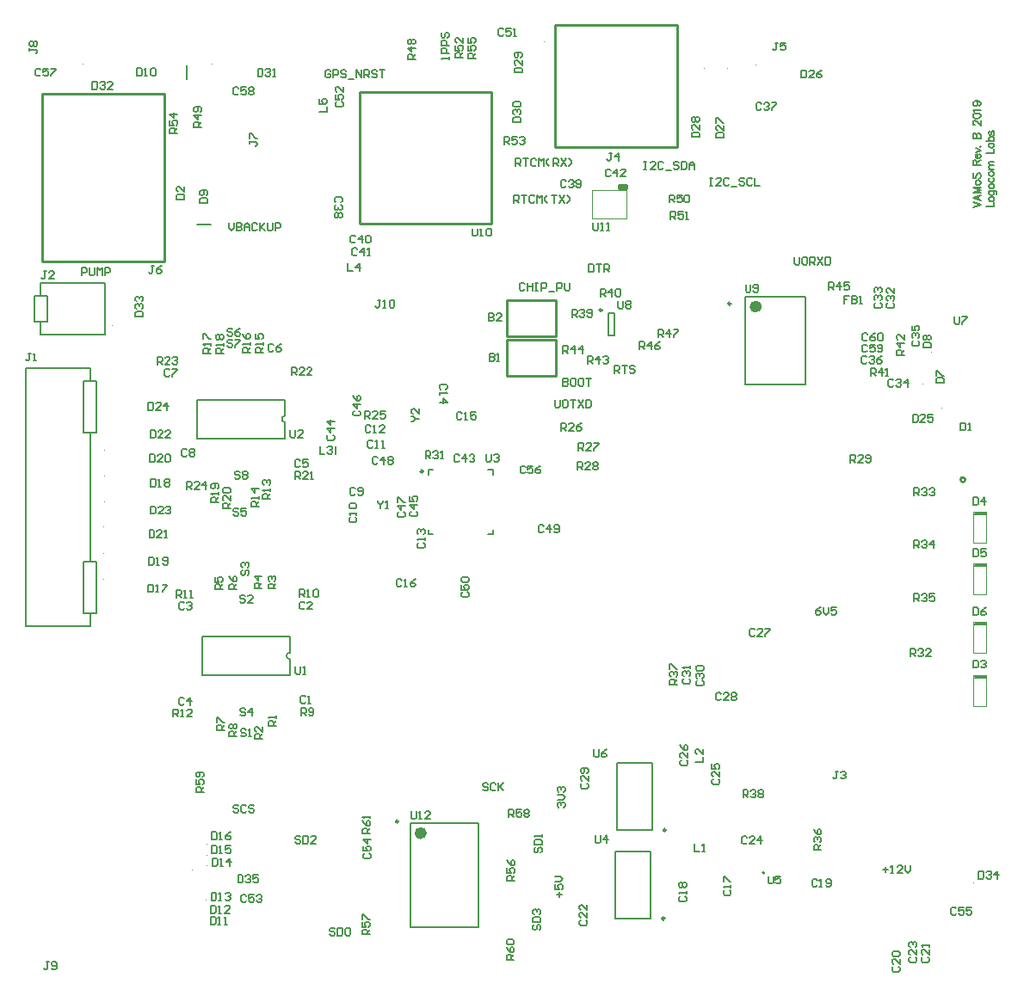
<source format=gto>
G04*
G04 #@! TF.GenerationSoftware,Altium Limited,Altium Designer,19.1.5 (86)*
G04*
G04 Layer_Color=65535*
%FSLAX25Y25*%
%MOIN*%
G70*
G01*
G75*
%ADD10C,0.02362*%
%ADD11C,0.00984*%
%ADD12C,0.00600*%
%ADD13C,0.01000*%
%ADD14C,0.00800*%
%ADD15C,0.00394*%
%ADD16C,0.00787*%
%ADD17C,0.00500*%
D10*
X155905Y56890D02*
G03*
X155905Y56890I-1181J0D01*
G01*
X285673Y260924D02*
G03*
X285673Y260924I-1181J0D01*
G01*
D11*
X146063Y61398D02*
G03*
X146063Y61398I-492J0D01*
G01*
X249220Y23843D02*
G03*
X249220Y23843I-492J0D01*
G01*
X249721Y58043D02*
G03*
X249721Y58043I-492J0D01*
G01*
X224929Y259547D02*
G03*
X224929Y259547I-492J0D01*
G01*
X274847Y262037D02*
G03*
X274847Y262037I-492J0D01*
G01*
X155614Y197110D02*
G03*
X155614Y197110I-492J0D01*
G01*
D12*
X287963Y41535D02*
G03*
X287963Y41535I-400J0D01*
G01*
D13*
X365609Y193842D02*
G03*
X365609Y193842I-880J0D01*
G01*
X369260Y180803D02*
X373260D01*
X369260Y117713D02*
X373260D01*
X369260Y160823D02*
X373260D01*
X369260Y138185D02*
X373260D01*
X231318Y306756D02*
X234467D01*
X231318Y307937D02*
X234467D01*
Y306756D02*
Y307937D01*
X231318Y307347D02*
X234467D01*
X231318Y306756D02*
Y307937D01*
X131016Y344035D02*
X182016D01*
Y293035D02*
Y344035D01*
X131016Y293035D02*
X182016D01*
X131016D02*
Y344035D01*
X206678Y370104D02*
X253922D01*
X206678Y322860D02*
Y370104D01*
Y322860D02*
X253922D01*
Y370104D01*
X55551Y278563D02*
Y343563D01*
X8032D02*
X55551D01*
X8032Y278563D02*
Y343563D01*
Y278563D02*
X55551D01*
X188104Y247935D02*
X207104D01*
Y234135D02*
Y247935D01*
X188104Y234135D02*
X207104D01*
X188104D02*
Y247935D01*
X188100Y263300D02*
X207100D01*
Y249500D02*
Y263300D01*
X188100Y249500D02*
X207100D01*
X188100D02*
Y263300D01*
D14*
X104016Y126782D02*
G03*
X104016Y124282I0J-1250D01*
G01*
X102139Y218657D02*
G03*
X102139Y216158I0J-1250D01*
G01*
X32579Y250059D02*
Y270059D01*
X7579D02*
X32579D01*
X7579Y250059D02*
X32579D01*
X7579Y255059D02*
X10079D01*
Y265059D01*
X7579D02*
X10079D01*
X5079Y255059D02*
X7579D01*
X5079D02*
Y265059D01*
X7579D01*
Y250059D02*
Y255059D01*
Y265059D02*
Y270059D01*
X70016Y133032D02*
X104016D01*
X70016Y118032D02*
Y133032D01*
Y118032D02*
X104016D01*
Y124282D01*
Y126782D02*
Y133032D01*
X68139Y224907D02*
X102139D01*
X68139Y209908D02*
Y224907D01*
Y209908D02*
X102139D01*
Y216158D01*
Y218657D02*
Y224907D01*
X26600Y162000D02*
Y212000D01*
X24100Y142000D02*
Y162000D01*
X29100D01*
Y142000D02*
Y162000D01*
X24100Y212000D02*
Y232000D01*
Y212000D02*
X29100D01*
Y232000D01*
X1600Y137000D02*
Y237000D01*
Y137000D02*
X26600D01*
X1600Y237000D02*
X26600D01*
X24100Y232000D02*
X26600D01*
X24100Y142000D02*
X26600D01*
Y232000D02*
X29100D01*
X26600Y142000D02*
X29100D01*
X26600Y232000D02*
Y237000D01*
Y137000D02*
Y142000D01*
D15*
X71956Y44128D02*
G03*
X71956Y44128I-197J0D01*
G01*
Y48328D02*
G03*
X71956Y48328I-197J0D01*
G01*
X72024Y52728D02*
G03*
X72024Y52728I-197J0D01*
G01*
X349225Y230872D02*
G03*
X349225Y230872I-197J0D01*
G01*
X352768Y243328D02*
G03*
X352768Y243328I-197J0D01*
G01*
X71656Y22428D02*
G03*
X71656Y22428I-197J0D01*
G01*
X71756Y26828D02*
G03*
X71756Y26828I-197J0D01*
G01*
Y30928D02*
G03*
X71756Y30928I-197J0D01*
G01*
X31920Y165347D02*
G03*
X31920Y165347I-197J0D01*
G01*
X32220Y195346D02*
G03*
X32220Y195346I-197J0D01*
G01*
X31920Y155347D02*
G03*
X31920Y155347I-197J0D01*
G01*
X66220Y42546D02*
G03*
X66220Y42546I-197J0D01*
G01*
X369094Y37711D02*
G03*
X369094Y37711I-197J0D01*
G01*
X35366Y253558D02*
G03*
X35366Y253558I-197J0D01*
G01*
X24020Y355047D02*
G03*
X24020Y355047I-197J0D01*
G01*
X74038Y354882D02*
G03*
X74038Y354882I-197J0D01*
G01*
X202343Y343777D02*
G03*
X202343Y343777I-197J0D01*
G01*
X202643Y363577D02*
G03*
X202643Y363577I-197J0D01*
G01*
X264543Y353277D02*
G03*
X264543Y353277I-197J0D01*
G01*
X273743Y353275D02*
G03*
X273743Y353275I-197J0D01*
G01*
X284620Y354546D02*
G03*
X284620Y354546I-197J0D01*
G01*
X356472Y221553D02*
G03*
X356472Y221553I-197J0D01*
G01*
X32320Y225447D02*
G03*
X32320Y225447I-197J0D01*
G01*
X32120Y185247D02*
G03*
X32120Y185247I-197J0D01*
G01*
X32420Y215146D02*
G03*
X32420Y215146I-197J0D01*
G01*
X32020Y175646D02*
G03*
X32020Y175646I-197J0D01*
G01*
X32220Y205246D02*
G03*
X32220Y205246I-197J0D01*
G01*
X58366Y283458D02*
G03*
X58366Y283458I-197J0D01*
G01*
X368760Y169303D02*
Y180303D01*
X373760D01*
Y169303D02*
Y180303D01*
X368760Y169303D02*
X373760D01*
X368760Y180303D02*
Y181303D01*
X373760D01*
Y180303D02*
Y181303D01*
X368760Y106213D02*
Y117213D01*
X373760D01*
Y106213D02*
Y117213D01*
X368760Y106213D02*
X373760D01*
X368760Y117213D02*
Y118213D01*
X373760D01*
Y117213D02*
Y118213D01*
X368760Y149323D02*
Y160323D01*
X373760D01*
Y149323D02*
Y160323D01*
X368760Y149323D02*
X373760D01*
X368760Y160323D02*
Y161323D01*
X373760D01*
Y160323D02*
Y161323D01*
X368760Y126685D02*
Y137685D01*
X373760D01*
Y126685D02*
Y137685D01*
X368760Y126685D02*
X373760D01*
X368760Y137685D02*
Y138685D01*
X373760D01*
Y137685D02*
Y138685D01*
X221081Y294945D02*
X234467D01*
X221081Y305968D02*
X234467D01*
X221081Y294945D02*
Y305968D01*
X234467Y294945D02*
Y305968D01*
D16*
X150787Y20276D02*
X177165D01*
X150787Y60827D02*
X177165D01*
Y20276D02*
Y60827D01*
X150787Y20276D02*
Y60827D01*
X230126Y49828D02*
X243905D01*
X230126Y23843D02*
X243905D01*
X230126D02*
Y49828D01*
X243905Y23843D02*
Y49828D01*
X244406Y58043D02*
Y84027D01*
X230626Y58043D02*
Y84027D01*
Y58043D02*
X244406D01*
X230626Y84027D02*
X244406D01*
X227488Y258366D02*
X229850D01*
X227488Y249705D02*
X229850D01*
X227488D02*
Y258366D01*
X229850Y249705D02*
Y258366D01*
X280555Y230609D02*
X303783D01*
X280555Y264861D02*
X303783D01*
Y230609D02*
Y264861D01*
X280555Y230609D02*
Y264861D01*
X64169Y349141D02*
Y354259D01*
X157681Y195831D02*
Y197701D01*
X159551D01*
X180811D02*
X182681D01*
Y195831D02*
Y197701D01*
Y172701D02*
Y174571D01*
X180811Y172701D02*
X182681D01*
X157681D02*
Y174571D01*
Y172701D02*
X159551D01*
X68157Y292704D02*
X73275D01*
X121788Y203922D02*
Y206678D01*
D17*
X368601Y299300D02*
X371600Y300443D01*
X368601Y301585D02*
X371600Y300443D01*
Y304256D02*
X368601Y303114D01*
X371600Y301971D01*
X370600Y302399D02*
Y303828D01*
X368601Y304956D02*
X371600D01*
X368601D02*
X371600Y306099D01*
X368601Y307241D02*
X371600Y306099D01*
X368601Y307241D02*
X371600D01*
X369600Y308812D02*
X369743Y308527D01*
X370029Y308241D01*
X370457Y308098D01*
X370743D01*
X371171Y308241D01*
X371457Y308527D01*
X371600Y308812D01*
Y309241D01*
X371457Y309526D01*
X371171Y309812D01*
X370743Y309955D01*
X370457D01*
X370029Y309812D01*
X369743Y309526D01*
X369600Y309241D01*
Y308812D01*
X369029Y312611D02*
X368743Y312326D01*
X368601Y311897D01*
Y311326D01*
X368743Y310897D01*
X369029Y310612D01*
X369315D01*
X369600Y310755D01*
X369743Y310897D01*
X369886Y311183D01*
X370172Y312040D01*
X370315Y312326D01*
X370457Y312469D01*
X370743Y312611D01*
X371171D01*
X371457Y312326D01*
X371600Y311897D01*
Y311326D01*
X371457Y310897D01*
X371171Y310612D01*
X368601Y315639D02*
X371600D01*
X368601D02*
Y316925D01*
X368743Y317353D01*
X368886Y317496D01*
X369172Y317639D01*
X369458D01*
X369743Y317496D01*
X369886Y317353D01*
X370029Y316925D01*
Y315639D01*
Y316639D02*
X371600Y317639D01*
X370457Y318310D02*
Y320024D01*
X370172D01*
X369886Y319881D01*
X369743Y319739D01*
X369600Y319453D01*
Y319024D01*
X369743Y318739D01*
X370029Y318453D01*
X370457Y318310D01*
X370743D01*
X371171Y318453D01*
X371457Y318739D01*
X371600Y319024D01*
Y319453D01*
X371457Y319739D01*
X371171Y320024D01*
X369600Y320667D02*
X371600Y321524D01*
X369600Y322381D02*
X371600Y321524D01*
X371314Y323009D02*
X371457Y322866D01*
X371600Y323009D01*
X371457Y323152D01*
X371314Y323009D01*
X368601Y326166D02*
X371600D01*
X368601D02*
Y327451D01*
X368743Y327880D01*
X368886Y328022D01*
X369172Y328165D01*
X369458D01*
X369743Y328022D01*
X369886Y327880D01*
X370029Y327451D01*
Y326166D02*
Y327451D01*
X370172Y327880D01*
X370315Y328022D01*
X370600Y328165D01*
X371029D01*
X371314Y328022D01*
X371457Y327880D01*
X371600Y327451D01*
Y326166D01*
X369315Y331336D02*
X369172D01*
X368886Y331479D01*
X368743Y331622D01*
X368601Y331907D01*
Y332479D01*
X368743Y332764D01*
X368886Y332907D01*
X369172Y333050D01*
X369458D01*
X369743Y332907D01*
X370172Y332622D01*
X371600Y331193D01*
Y333193D01*
X368601Y334721D02*
X368743Y334293D01*
X369172Y334007D01*
X369886Y333864D01*
X370315D01*
X371029Y334007D01*
X371457Y334293D01*
X371600Y334721D01*
Y335007D01*
X371457Y335435D01*
X371029Y335721D01*
X370315Y335864D01*
X369886D01*
X369172Y335721D01*
X368743Y335435D01*
X368601Y335007D01*
Y334721D01*
X369172Y336535D02*
X369029Y336821D01*
X368601Y337249D01*
X371600D01*
X369600Y340591D02*
X370029Y340448D01*
X370315Y340163D01*
X370457Y339734D01*
Y339591D01*
X370315Y339163D01*
X370029Y338877D01*
X369600Y338734D01*
X369458D01*
X369029Y338877D01*
X368743Y339163D01*
X368601Y339591D01*
Y339734D01*
X368743Y340163D01*
X369029Y340448D01*
X369600Y340591D01*
X370315D01*
X371029Y340448D01*
X371457Y340163D01*
X371600Y339734D01*
Y339449D01*
X371457Y339020D01*
X371171Y338877D01*
X85601Y158799D02*
X85101Y158300D01*
Y157300D01*
X85601Y156800D01*
X86101D01*
X86601Y157300D01*
Y158300D01*
X87100Y158799D01*
X87600D01*
X88100Y158300D01*
Y157300D01*
X87600Y156800D01*
X85601Y159799D02*
X85101Y160299D01*
Y161299D01*
X85601Y161798D01*
X86101D01*
X86601Y161299D01*
Y160799D01*
Y161299D01*
X87100Y161798D01*
X87600D01*
X88100Y161299D01*
Y160299D01*
X87600Y159799D01*
X373801Y299600D02*
X376800D01*
Y301314D01*
X374800Y302357D02*
X374943Y302071D01*
X375229Y301785D01*
X375657Y301642D01*
X375943D01*
X376372Y301785D01*
X376657Y302071D01*
X376800Y302357D01*
Y302785D01*
X376657Y303071D01*
X376372Y303356D01*
X375943Y303499D01*
X375657D01*
X375229Y303356D01*
X374943Y303071D01*
X374800Y302785D01*
Y302357D01*
Y305870D02*
X377086D01*
X377514Y305727D01*
X377657Y305584D01*
X377800Y305299D01*
Y304870D01*
X377657Y304585D01*
X375229Y305870D02*
X374943Y305584D01*
X374800Y305299D01*
Y304870D01*
X374943Y304585D01*
X375229Y304299D01*
X375657Y304156D01*
X375943D01*
X376372Y304299D01*
X376657Y304585D01*
X376800Y304870D01*
Y305299D01*
X376657Y305584D01*
X376372Y305870D01*
X374800Y307384D02*
X374943Y307098D01*
X375229Y306813D01*
X375657Y306670D01*
X375943D01*
X376372Y306813D01*
X376657Y307098D01*
X376800Y307384D01*
Y307812D01*
X376657Y308098D01*
X376372Y308384D01*
X375943Y308527D01*
X375657D01*
X375229Y308384D01*
X374943Y308098D01*
X374800Y307812D01*
Y307384D01*
X375229Y310898D02*
X374943Y310612D01*
X374800Y310326D01*
Y309898D01*
X374943Y309612D01*
X375229Y309327D01*
X375657Y309184D01*
X375943D01*
X376372Y309327D01*
X376657Y309612D01*
X376800Y309898D01*
Y310326D01*
X376657Y310612D01*
X376372Y310898D01*
X374800Y312254D02*
X374943Y311969D01*
X375229Y311683D01*
X375657Y311540D01*
X375943D01*
X376372Y311683D01*
X376657Y311969D01*
X376800Y312254D01*
Y312683D01*
X376657Y312969D01*
X376372Y313254D01*
X375943Y313397D01*
X375657D01*
X375229Y313254D01*
X374943Y312969D01*
X374800Y312683D01*
Y312254D01*
Y314054D02*
X376800D01*
X375372D02*
X374943Y314482D01*
X374800Y314768D01*
Y315197D01*
X374943Y315482D01*
X375372Y315625D01*
X376800D01*
X375372D02*
X374943Y316054D01*
X374800Y316339D01*
Y316768D01*
X374943Y317053D01*
X375372Y317196D01*
X376800D01*
X373801Y320496D02*
X376800D01*
Y322210D01*
X374800Y324252D02*
X376800D01*
X375229D02*
X374943Y323966D01*
X374800Y323681D01*
Y323252D01*
X374943Y322966D01*
X375229Y322681D01*
X375657Y322538D01*
X375943D01*
X376372Y322681D01*
X376657Y322966D01*
X376800Y323252D01*
Y323681D01*
X376657Y323966D01*
X376372Y324252D01*
X373801Y325052D02*
X376800D01*
X375229D02*
X374943Y325337D01*
X374800Y325623D01*
Y326051D01*
X374943Y326337D01*
X375229Y326623D01*
X375657Y326766D01*
X375943D01*
X376372Y326623D01*
X376657Y326337D01*
X376800Y326051D01*
Y325623D01*
X376657Y325337D01*
X376372Y325052D01*
X375229Y328979D02*
X374943Y328837D01*
X374800Y328408D01*
Y327980D01*
X374943Y327551D01*
X375229Y327408D01*
X375515Y327551D01*
X375657Y327837D01*
X375800Y328551D01*
X375943Y328837D01*
X376229Y328979D01*
X376372D01*
X376657Y328837D01*
X376800Y328408D01*
Y327980D01*
X376657Y327551D01*
X376372Y327408D01*
X180799Y75799D02*
X180299Y76299D01*
X179300D01*
X178800Y75799D01*
Y75299D01*
X179300Y74800D01*
X180299D01*
X180799Y74300D01*
Y73800D01*
X180299Y73300D01*
X179300D01*
X178800Y73800D01*
X183798Y75799D02*
X183299Y76299D01*
X182299D01*
X181799Y75799D01*
Y73800D01*
X182299Y73300D01*
X183299D01*
X183798Y73800D01*
X184798Y76299D02*
Y73300D01*
Y74300D01*
X186797Y76299D01*
X185298Y74800D01*
X186797Y73300D01*
X199101Y51399D02*
X198601Y50899D01*
Y49900D01*
X199101Y49400D01*
X199601D01*
X200100Y49900D01*
Y50899D01*
X200600Y51399D01*
X201100D01*
X201600Y50899D01*
Y49900D01*
X201100Y49400D01*
X198601Y52399D02*
X201600D01*
Y53899D01*
X201100Y54398D01*
X199101D01*
X198601Y53899D01*
Y52399D01*
X201600Y55398D02*
Y56398D01*
Y55898D01*
X198601D01*
X199101Y55398D01*
X198601Y21399D02*
X198101Y20899D01*
Y19900D01*
X198601Y19400D01*
X199101D01*
X199601Y19900D01*
Y20899D01*
X200100Y21399D01*
X200600D01*
X201100Y20899D01*
Y19900D01*
X200600Y19400D01*
X198101Y22399D02*
X201100D01*
Y23899D01*
X200600Y24398D01*
X198601D01*
X198101Y23899D01*
Y22399D01*
X198601Y25398D02*
X198101Y25898D01*
Y26898D01*
X198601Y27397D01*
X199101D01*
X199601Y26898D01*
Y26398D01*
Y26898D01*
X200100Y27397D01*
X200600D01*
X201100Y26898D01*
Y25898D01*
X200600Y25398D01*
X121499Y19699D02*
X121000Y20199D01*
X120000D01*
X119500Y19699D01*
Y19199D01*
X120000Y18699D01*
X121000D01*
X121499Y18200D01*
Y17700D01*
X121000Y17200D01*
X120000D01*
X119500Y17700D01*
X122499Y20199D02*
Y17200D01*
X123999D01*
X124498Y17700D01*
Y19699D01*
X123999Y20199D01*
X122499D01*
X125498Y19699D02*
X125998Y20199D01*
X126998D01*
X127497Y19699D01*
Y17700D01*
X126998Y17200D01*
X125998D01*
X125498Y17700D01*
Y19699D01*
X108199Y55399D02*
X107700Y55899D01*
X106700D01*
X106200Y55399D01*
Y54899D01*
X106700Y54400D01*
X107700D01*
X108199Y53900D01*
Y53400D01*
X107700Y52900D01*
X106700D01*
X106200Y53400D01*
X109199Y55899D02*
Y52900D01*
X110699D01*
X111198Y53400D01*
Y55399D01*
X110699Y55899D01*
X109199D01*
X114197Y52900D02*
X112198D01*
X114197Y54899D01*
Y55399D01*
X113698Y55899D01*
X112698D01*
X112198Y55399D01*
X84199Y67399D02*
X83700Y67899D01*
X82700D01*
X82200Y67399D01*
Y66899D01*
X82700Y66400D01*
X83700D01*
X84199Y65900D01*
Y65400D01*
X83700Y64900D01*
X82700D01*
X82200Y65400D01*
X87198Y67399D02*
X86699Y67899D01*
X85699D01*
X85199Y67399D01*
Y65400D01*
X85699Y64900D01*
X86699D01*
X87198Y65400D01*
X90197Y67399D02*
X89698Y67899D01*
X88698D01*
X88198Y67399D01*
Y66899D01*
X88698Y66400D01*
X89698D01*
X90197Y65900D01*
Y65400D01*
X89698Y64900D01*
X88698D01*
X88198Y65400D01*
X84699Y196699D02*
X84200Y197199D01*
X83200D01*
X82700Y196699D01*
Y196199D01*
X83200Y195700D01*
X84200D01*
X84699Y195200D01*
Y194700D01*
X84200Y194200D01*
X83200D01*
X82700Y194700D01*
X85699Y196699D02*
X86199Y197199D01*
X87199D01*
X87698Y196699D01*
Y196199D01*
X87199Y195700D01*
X87698Y195200D01*
Y194700D01*
X87199Y194200D01*
X86199D01*
X85699Y194700D01*
Y195200D01*
X86199Y195700D01*
X85699Y196199D01*
Y196699D01*
X86199Y195700D02*
X87199D01*
X80300Y293299D02*
Y291300D01*
X81300Y290300D01*
X82299Y291300D01*
Y293299D01*
X83299D02*
Y290300D01*
X84799D01*
X85298Y290800D01*
Y291300D01*
X84799Y291799D01*
X83299D01*
X84799D01*
X85298Y292299D01*
Y292799D01*
X84799Y293299D01*
X83299D01*
X86298Y290300D02*
Y292299D01*
X87298Y293299D01*
X88297Y292299D01*
Y290300D01*
Y291799D01*
X86298D01*
X91296Y292799D02*
X90797Y293299D01*
X89797D01*
X89297Y292799D01*
Y290800D01*
X89797Y290300D01*
X90797D01*
X91296Y290800D01*
X92296Y293299D02*
Y290300D01*
Y291300D01*
X94296Y293299D01*
X92796Y291799D01*
X94296Y290300D01*
X95295Y293299D02*
Y290800D01*
X95795Y290300D01*
X96795D01*
X97294Y290800D01*
Y293299D01*
X98294Y290300D02*
Y293299D01*
X99794D01*
X100294Y292799D01*
Y291799D01*
X99794Y291300D01*
X98294D01*
X266600Y310899D02*
X267600D01*
X267100D01*
Y307900D01*
X266600D01*
X267600D01*
X271098D02*
X269099D01*
X271098Y309899D01*
Y310399D01*
X270599Y310899D01*
X269599D01*
X269099Y310399D01*
X274098D02*
X273598Y310899D01*
X272598D01*
X272098Y310399D01*
Y308400D01*
X272598Y307900D01*
X273598D01*
X274098Y308400D01*
X275097Y307400D02*
X277097D01*
X280096Y310399D02*
X279596Y310899D01*
X278596D01*
X278096Y310399D01*
Y309899D01*
X278596Y309400D01*
X279596D01*
X280096Y308900D01*
Y308400D01*
X279596Y307900D01*
X278596D01*
X278096Y308400D01*
X283095Y310399D02*
X282595Y310899D01*
X281595D01*
X281095Y310399D01*
Y308400D01*
X281595Y307900D01*
X282595D01*
X283095Y308400D01*
X284094Y310899D02*
Y307900D01*
X286094D01*
X241200Y317199D02*
X242200D01*
X241700D01*
Y314200D01*
X241200D01*
X242200D01*
X245698D02*
X243699D01*
X245698Y316199D01*
Y316699D01*
X245199Y317199D01*
X244199D01*
X243699Y316699D01*
X248698D02*
X248198Y317199D01*
X247198D01*
X246698Y316699D01*
Y314700D01*
X247198Y314200D01*
X248198D01*
X248698Y314700D01*
X249697Y313700D02*
X251697D01*
X254696Y316699D02*
X254196Y317199D01*
X253196D01*
X252696Y316699D01*
Y316199D01*
X253196Y315700D01*
X254196D01*
X254696Y315200D01*
Y314700D01*
X254196Y314200D01*
X253196D01*
X252696Y314700D01*
X255695Y317199D02*
Y314200D01*
X257195D01*
X257695Y314700D01*
Y316699D01*
X257195Y317199D01*
X255695D01*
X258694Y314200D02*
Y316199D01*
X259694Y317199D01*
X260694Y316199D01*
Y314200D01*
Y315700D01*
X258694D01*
X23316Y273035D02*
Y276034D01*
X24815D01*
X25315Y275535D01*
Y274535D01*
X24815Y274035D01*
X23316D01*
X26315Y276034D02*
Y273535D01*
X26815Y273035D01*
X27814D01*
X28314Y273535D01*
Y276034D01*
X29314Y273035D02*
Y276034D01*
X30314Y275035D01*
X31313Y276034D01*
Y273035D01*
X32313D02*
Y276034D01*
X33812D01*
X34312Y275535D01*
Y274535D01*
X33812Y274035D01*
X32313D01*
X206651Y224768D02*
Y222269D01*
X207151Y221769D01*
X208151D01*
X208650Y222269D01*
Y224768D01*
X209650Y224269D02*
X210150Y224768D01*
X211150D01*
X211650Y224269D01*
Y222269D01*
X211150Y221769D01*
X210150D01*
X209650Y222269D01*
Y224269D01*
X212649Y224768D02*
X214649D01*
X213649D01*
Y221769D01*
X215648Y224768D02*
X217648Y221769D01*
Y224768D02*
X215648Y221769D01*
X218647Y224768D02*
Y221769D01*
X220147D01*
X220647Y222269D01*
Y224269D01*
X220147Y224768D01*
X218647D01*
X229600Y235100D02*
Y238099D01*
X231100D01*
X231599Y237599D01*
Y236599D01*
X231100Y236100D01*
X229600D01*
X230600D02*
X231599Y235100D01*
X232599Y238099D02*
X234598D01*
X233599D01*
Y235100D01*
X237597Y237599D02*
X237098Y238099D01*
X236098D01*
X235598Y237599D01*
Y237099D01*
X236098Y236599D01*
X237098D01*
X237597Y236100D01*
Y235600D01*
X237098Y235100D01*
X236098D01*
X235598Y235600D01*
X209800Y233099D02*
Y230100D01*
X211299D01*
X211799Y230600D01*
Y231100D01*
X211299Y231599D01*
X209800D01*
X211299D01*
X211799Y232099D01*
Y232599D01*
X211299Y233099D01*
X209800D01*
X214299D02*
X213299D01*
X212799Y232599D01*
Y230600D01*
X213299Y230100D01*
X214299D01*
X214798Y230600D01*
Y232599D01*
X214299Y233099D01*
X217298D02*
X216298D01*
X215798Y232599D01*
Y230600D01*
X216298Y230100D01*
X217298D01*
X217797Y230600D01*
Y232599D01*
X217298Y233099D01*
X218797D02*
X220796D01*
X219797D01*
Y230100D01*
X219900Y277299D02*
Y274300D01*
X221399D01*
X221899Y274800D01*
Y276799D01*
X221399Y277299D01*
X219900D01*
X222899D02*
X224898D01*
X223899D01*
Y274300D01*
X225898D02*
Y277299D01*
X227398D01*
X227897Y276799D01*
Y275799D01*
X227398Y275300D01*
X225898D01*
X226898D02*
X227897Y274300D01*
X194999Y269599D02*
X194500Y270099D01*
X193500D01*
X193000Y269599D01*
Y267600D01*
X193500Y267100D01*
X194500D01*
X194999Y267600D01*
X195999Y270099D02*
Y267100D01*
Y268600D01*
X197998D01*
Y270099D01*
Y267100D01*
X198998Y270099D02*
X199998D01*
X199498D01*
Y267100D01*
X198998D01*
X199998D01*
X201497D02*
Y270099D01*
X202997D01*
X203497Y269599D01*
Y268600D01*
X202997Y268100D01*
X201497D01*
X204496Y266600D02*
X206496D01*
X207495Y267100D02*
Y270099D01*
X208995D01*
X209495Y269599D01*
Y268600D01*
X208995Y268100D01*
X207495D01*
X210494Y270099D02*
Y267600D01*
X210994Y267100D01*
X211994D01*
X212494Y267600D01*
Y270099D01*
X299500Y280199D02*
Y277700D01*
X300000Y277200D01*
X300999D01*
X301499Y277700D01*
Y280199D01*
X302499Y279699D02*
X302999Y280199D01*
X303998D01*
X304498Y279699D01*
Y277700D01*
X303998Y277200D01*
X302999D01*
X302499Y277700D01*
Y279699D01*
X305498Y277200D02*
Y280199D01*
X306998D01*
X307497Y279699D01*
Y278699D01*
X306998Y278200D01*
X305498D01*
X306498D02*
X307497Y277200D01*
X308497Y280199D02*
X310496Y277200D01*
Y280199D02*
X308497Y277200D01*
X311496Y280199D02*
Y277200D01*
X312996D01*
X313495Y277700D01*
Y279699D01*
X312996Y280199D01*
X311496D01*
X309599Y144499D02*
X308600Y143999D01*
X307600Y142999D01*
Y142000D01*
X308100Y141500D01*
X309100D01*
X309599Y142000D01*
Y142500D01*
X309100Y142999D01*
X307600D01*
X310599Y144499D02*
Y142500D01*
X311599Y141500D01*
X312598Y142500D01*
Y144499D01*
X315597D02*
X313598D01*
Y142999D01*
X314598Y143499D01*
X315098D01*
X315597Y142999D01*
Y142000D01*
X315098Y141500D01*
X314098D01*
X313598Y142000D01*
X333900Y42900D02*
X335899D01*
X334900Y43899D02*
Y41900D01*
X336899Y41400D02*
X337899D01*
X337399D01*
Y44399D01*
X336899Y43899D01*
X341398Y41400D02*
X339398D01*
X341398Y43399D01*
Y43899D01*
X340898Y44399D01*
X339898D01*
X339398Y43899D01*
X342397Y44399D02*
Y42400D01*
X343397Y41400D01*
X344397Y42400D01*
Y44399D01*
X208201Y66900D02*
X207701Y67400D01*
Y68400D01*
X208201Y68899D01*
X208701D01*
X209201Y68400D01*
Y67900D01*
Y68400D01*
X209700Y68899D01*
X210200D01*
X210700Y68400D01*
Y67400D01*
X210200Y66900D01*
X207701Y69899D02*
X209700D01*
X210700Y70899D01*
X209700Y71898D01*
X207701D01*
X208201Y72898D02*
X207701Y73398D01*
Y74398D01*
X208201Y74897D01*
X208701D01*
X209201Y74398D01*
Y73898D01*
Y74398D01*
X209700Y74897D01*
X210200D01*
X210700Y74398D01*
Y73398D01*
X210200Y72898D01*
X208300Y32000D02*
Y33999D01*
X207301Y33000D02*
X209300D01*
X206801Y36998D02*
Y34999D01*
X208300D01*
X207801Y35999D01*
Y36499D01*
X208300Y36998D01*
X209300D01*
X209800Y36499D01*
Y35499D01*
X209300Y34999D01*
X206801Y37998D02*
X208800D01*
X209800Y38998D01*
X208800Y39997D01*
X206801D01*
X86999Y96799D02*
X86500Y97299D01*
X85500D01*
X85000Y96799D01*
Y96299D01*
X85500Y95799D01*
X86500D01*
X86999Y95300D01*
Y94800D01*
X86500Y94300D01*
X85500D01*
X85000Y94800D01*
X87999Y94300D02*
X88999D01*
X88499D01*
Y97299D01*
X87999Y96799D01*
X86799Y104899D02*
X86300Y105399D01*
X85300D01*
X84800Y104899D01*
Y104399D01*
X85300Y103900D01*
X86300D01*
X86799Y103400D01*
Y102900D01*
X86300Y102400D01*
X85300D01*
X84800Y102900D01*
X89299Y102400D02*
Y105399D01*
X87799Y103900D01*
X89798D01*
X86599Y148699D02*
X86099Y149199D01*
X85100D01*
X84600Y148699D01*
Y148199D01*
X85100Y147699D01*
X86099D01*
X86599Y147200D01*
Y146700D01*
X86099Y146200D01*
X85100D01*
X84600Y146700D01*
X89598Y146200D02*
X87599D01*
X89598Y148199D01*
Y148699D01*
X89099Y149199D01*
X88099D01*
X87599Y148699D01*
X84199Y182299D02*
X83700Y182799D01*
X82700D01*
X82200Y182299D01*
Y181799D01*
X82700Y181299D01*
X83700D01*
X84199Y180800D01*
Y180300D01*
X83700Y179800D01*
X82700D01*
X82200Y180300D01*
X87198Y182799D02*
X85199D01*
Y181299D01*
X86199Y181799D01*
X86699D01*
X87198Y181299D01*
Y180300D01*
X86699Y179800D01*
X85699D01*
X85199Y180300D01*
X81799Y251999D02*
X81300Y252499D01*
X80300D01*
X79800Y251999D01*
Y251499D01*
X80300Y250999D01*
X81300D01*
X81799Y250500D01*
Y250000D01*
X81300Y249500D01*
X80300D01*
X79800Y250000D01*
X84798Y252499D02*
X83799Y251999D01*
X82799Y250999D01*
Y250000D01*
X83299Y249500D01*
X84299D01*
X84798Y250000D01*
Y250500D01*
X84299Y250999D01*
X82799D01*
X81899Y247699D02*
X81400Y248199D01*
X80400D01*
X79900Y247699D01*
Y247199D01*
X80400Y246700D01*
X81400D01*
X81899Y246200D01*
Y245700D01*
X81400Y245200D01*
X80400D01*
X79900Y245700D01*
X82899Y248199D02*
X84898D01*
Y247699D01*
X82899Y245700D01*
Y245200D01*
X165600Y356600D02*
Y357600D01*
Y357100D01*
X162601D01*
X163101Y356600D01*
X165600Y359099D02*
X162601D01*
Y360599D01*
X163101Y361099D01*
X164101D01*
X164600Y360599D01*
Y359099D01*
X165600Y362098D02*
X162601D01*
Y363598D01*
X163101Y364098D01*
X164101D01*
X164600Y363598D01*
Y362098D01*
X163101Y367097D02*
X162601Y366597D01*
Y365597D01*
X163101Y365097D01*
X163601D01*
X164101Y365597D01*
Y366597D01*
X164600Y367097D01*
X165100D01*
X165600Y366597D01*
Y365597D01*
X165100Y365097D01*
X119799Y352199D02*
X119299Y352699D01*
X118300D01*
X117800Y352199D01*
Y350200D01*
X118300Y349700D01*
X119299D01*
X119799Y350200D01*
Y351200D01*
X118800D01*
X120799Y349700D02*
Y352699D01*
X122299D01*
X122798Y352199D01*
Y351200D01*
X122299Y350700D01*
X120799D01*
X125797Y352199D02*
X125298Y352699D01*
X124298D01*
X123798Y352199D01*
Y351699D01*
X124298Y351200D01*
X125298D01*
X125797Y350700D01*
Y350200D01*
X125298Y349700D01*
X124298D01*
X123798Y350200D01*
X126797Y349200D02*
X128796D01*
X129796Y349700D02*
Y352699D01*
X131796Y349700D01*
Y352699D01*
X132795Y349700D02*
Y352699D01*
X134295D01*
X134794Y352199D01*
Y351200D01*
X134295Y350700D01*
X132795D01*
X133795D02*
X134794Y349700D01*
X137794Y352199D02*
X137294Y352699D01*
X136294D01*
X135794Y352199D01*
Y351699D01*
X136294Y351200D01*
X137294D01*
X137794Y350700D01*
Y350200D01*
X137294Y349700D01*
X136294D01*
X135794Y350200D01*
X138793Y352699D02*
X140793D01*
X139793D01*
Y349700D01*
X191500Y315400D02*
Y318399D01*
X192999D01*
X193499Y317899D01*
Y316899D01*
X192999Y316400D01*
X191500D01*
X192500D02*
X193499Y315400D01*
X194499Y318399D02*
X196498D01*
X195499D01*
Y315400D01*
X199497Y317899D02*
X198998Y318399D01*
X197998D01*
X197498Y317899D01*
Y315900D01*
X197998Y315400D01*
X198998D01*
X199497Y315900D01*
X200497Y315400D02*
Y318399D01*
X201497Y317399D01*
X202496Y318399D01*
Y315400D01*
X204496D02*
X203496Y316400D01*
Y317399D01*
X204496Y318399D01*
X205995Y315400D02*
Y318399D01*
X207495D01*
X207995Y317899D01*
Y316899D01*
X207495Y316400D01*
X205995D01*
X206995D02*
X207995Y315400D01*
X208994Y318399D02*
X210994Y315400D01*
Y318399D02*
X208994Y315400D01*
X211993D02*
X212993Y316400D01*
Y317399D01*
X211993Y318399D01*
X190800Y301200D02*
Y304199D01*
X192299D01*
X192799Y303699D01*
Y302699D01*
X192299Y302200D01*
X190800D01*
X191800D02*
X192799Y301200D01*
X193799Y304199D02*
X195798D01*
X194799D01*
Y301200D01*
X198797Y303699D02*
X198298Y304199D01*
X197298D01*
X196798Y303699D01*
Y301700D01*
X197298Y301200D01*
X198298D01*
X198797Y301700D01*
X199797Y301200D02*
Y304199D01*
X200797Y303199D01*
X201796Y304199D01*
Y301200D01*
X203796D02*
X202796Y302200D01*
Y303199D01*
X203796Y304199D01*
X205295D02*
X207295D01*
X206295D01*
Y301200D01*
X208294Y304199D02*
X210294Y301200D01*
Y304199D02*
X208294Y301200D01*
X211293D02*
X212293Y302200D01*
Y303199D01*
X211293Y304199D01*
X138200Y185652D02*
Y185160D01*
X139184Y184176D01*
X140168Y185160D01*
Y185652D01*
X139184Y184176D02*
Y182700D01*
X141152D02*
X142136D01*
X141644D01*
Y185652D01*
X141152Y185160D01*
X139168Y263452D02*
X138184D01*
X138676D01*
Y260992D01*
X138184Y260500D01*
X137692D01*
X137200Y260992D01*
X140152Y260500D02*
X141136D01*
X140644D01*
Y263452D01*
X140152Y262960D01*
X142612D02*
X143104Y263452D01*
X144088D01*
X144580Y262960D01*
Y260992D01*
X144088Y260500D01*
X143104D01*
X142612Y260992D01*
Y262960D01*
X361500Y257152D02*
Y254692D01*
X361992Y254200D01*
X362976D01*
X363468Y254692D01*
Y257152D01*
X364452D02*
X366420D01*
Y256660D01*
X364452Y254692D01*
Y254200D01*
X327868Y250160D02*
X327376Y250652D01*
X326392D01*
X325900Y250160D01*
Y248192D01*
X326392Y247700D01*
X327376D01*
X327868Y248192D01*
X330820Y250652D02*
X329836Y250160D01*
X328852Y249176D01*
Y248192D01*
X329344Y247700D01*
X330328D01*
X330820Y248192D01*
Y248684D01*
X330328Y249176D01*
X328852D01*
X331804Y250160D02*
X332296Y250652D01*
X333279D01*
X333771Y250160D01*
Y248192D01*
X333279Y247700D01*
X332296D01*
X331804Y248192D01*
Y250160D01*
X327668Y245760D02*
X327176Y246252D01*
X326192D01*
X325700Y245760D01*
Y243792D01*
X326192Y243300D01*
X327176D01*
X327668Y243792D01*
X330620Y246252D02*
X328652D01*
Y244776D01*
X329636Y245268D01*
X330128D01*
X330620Y244776D01*
Y243792D01*
X330128Y243300D01*
X329144D01*
X328652Y243792D01*
X331604D02*
X332096Y243300D01*
X333080D01*
X333572Y243792D01*
Y245760D01*
X333080Y246252D01*
X332096D01*
X331604Y245760D01*
Y245268D01*
X332096Y244776D01*
X333572D01*
X228268Y313760D02*
X227776Y314252D01*
X226792D01*
X226300Y313760D01*
Y311792D01*
X226792Y311300D01*
X227776D01*
X228268Y311792D01*
X230728Y311300D02*
Y314252D01*
X229252Y312776D01*
X231220D01*
X234172Y311300D02*
X232204D01*
X234172Y313268D01*
Y313760D01*
X233680Y314252D01*
X232696D01*
X232204Y313760D01*
X3684Y242887D02*
X2700D01*
X3192D01*
Y240427D01*
X2700Y239935D01*
X2208D01*
X1716Y240427D01*
X4668Y239935D02*
X5652D01*
X5159D01*
Y242887D01*
X4668Y242395D01*
X60148Y302500D02*
X63100D01*
Y303976D01*
X62608Y304468D01*
X60640D01*
X60148Y303976D01*
Y302500D01*
X63100Y307420D02*
Y305452D01*
X61132Y307420D01*
X60640D01*
X60148Y306928D01*
Y305944D01*
X60640Y305452D01*
X84168Y345460D02*
X83676Y345952D01*
X82692D01*
X82200Y345460D01*
Y343492D01*
X82692Y343000D01*
X83676D01*
X84168Y343492D01*
X87120Y345952D02*
X85152D01*
Y344476D01*
X86136Y344968D01*
X86628D01*
X87120Y344476D01*
Y343492D01*
X86628Y343000D01*
X85644D01*
X85152Y343492D01*
X88104Y345460D02*
X88596Y345952D01*
X89579D01*
X90071Y345460D01*
Y344968D01*
X89579Y344476D01*
X90071Y343984D01*
Y343492D01*
X89579Y343000D01*
X88596D01*
X88104Y343492D01*
Y343984D01*
X88596Y344476D01*
X88104Y344968D01*
Y345460D01*
X88596Y344476D02*
X89579D01*
X7468Y352760D02*
X6976Y353252D01*
X5992D01*
X5500Y352760D01*
Y350792D01*
X5992Y350300D01*
X6976D01*
X7468Y350792D01*
X10420Y353252D02*
X8452D01*
Y351776D01*
X9436Y352268D01*
X9928D01*
X10420Y351776D01*
Y350792D01*
X9928Y350300D01*
X8944D01*
X8452Y350792D01*
X11404Y353252D02*
X13372D01*
Y352760D01*
X11404Y350792D01*
Y350300D01*
X186768Y368360D02*
X186276Y368852D01*
X185292D01*
X184800Y368360D01*
Y366392D01*
X185292Y365900D01*
X186276D01*
X186768Y366392D01*
X189720Y368852D02*
X187752D01*
Y367376D01*
X188736Y367868D01*
X189228D01*
X189720Y367376D01*
Y366392D01*
X189228Y365900D01*
X188244D01*
X187752Y366392D01*
X190704Y365900D02*
X191688D01*
X191196D01*
Y368852D01*
X190704Y368360D01*
X83936Y40675D02*
Y37724D01*
X85412D01*
X85904Y38216D01*
Y40183D01*
X85412Y40675D01*
X83936D01*
X86888Y40183D02*
X87380Y40675D01*
X88364D01*
X88856Y40183D01*
Y39691D01*
X88364Y39200D01*
X87872D01*
X88364D01*
X88856Y38708D01*
Y38216D01*
X88364Y37724D01*
X87380D01*
X86888Y38216D01*
X91808Y40675D02*
X89840D01*
Y39200D01*
X90824Y39691D01*
X91316D01*
X91808Y39200D01*
Y38216D01*
X91316Y37724D01*
X90332D01*
X89840Y38216D01*
X370866Y42139D02*
Y39187D01*
X372342D01*
X372834Y39679D01*
Y41647D01*
X372342Y42139D01*
X370866D01*
X373818Y41647D02*
X374310Y42139D01*
X375294D01*
X375786Y41647D01*
Y41155D01*
X375294Y40663D01*
X374802D01*
X375294D01*
X375786Y40171D01*
Y39679D01*
X375294Y39187D01*
X374310D01*
X373818Y39679D01*
X378246Y39187D02*
Y42139D01*
X376770Y40663D01*
X378738D01*
X44164Y257035D02*
X47116D01*
Y258511D01*
X46624Y259003D01*
X44656D01*
X44164Y258511D01*
Y257035D01*
X44656Y259987D02*
X44164Y260479D01*
Y261463D01*
X44656Y261955D01*
X45148D01*
X45640Y261463D01*
Y260971D01*
Y261463D01*
X46132Y261955D01*
X46624D01*
X47116Y261463D01*
Y260479D01*
X46624Y259987D01*
X44656Y262939D02*
X44164Y263431D01*
Y264415D01*
X44656Y264907D01*
X45148D01*
X45640Y264415D01*
Y263923D01*
Y264415D01*
X46132Y264907D01*
X46624D01*
X47116Y264415D01*
Y263431D01*
X46624Y262939D01*
X27500Y348152D02*
Y345200D01*
X28976D01*
X29468Y345692D01*
Y347660D01*
X28976Y348152D01*
X27500D01*
X30452Y347660D02*
X30944Y348152D01*
X31928D01*
X32420Y347660D01*
Y347168D01*
X31928Y346676D01*
X31436D01*
X31928D01*
X32420Y346184D01*
Y345692D01*
X31928Y345200D01*
X30944D01*
X30452Y345692D01*
X35372Y345200D02*
X33404D01*
X35372Y347168D01*
Y347660D01*
X34879Y348152D01*
X33896D01*
X33404Y347660D01*
X91616Y353087D02*
Y350135D01*
X93092D01*
X93584Y350627D01*
Y352595D01*
X93092Y353087D01*
X91616D01*
X94568Y352595D02*
X95060Y353087D01*
X96043D01*
X96535Y352595D01*
Y352103D01*
X96043Y351611D01*
X95552D01*
X96043D01*
X96535Y351119D01*
Y350627D01*
X96043Y350135D01*
X95060D01*
X94568Y350627D01*
X97519Y350135D02*
X98503D01*
X98011D01*
Y353087D01*
X97519Y352595D01*
X190548Y332400D02*
X193500D01*
Y333876D01*
X193008Y334368D01*
X191040D01*
X190548Y333876D01*
Y332400D01*
X191040Y335352D02*
X190548Y335844D01*
Y336828D01*
X191040Y337320D01*
X191532D01*
X192024Y336828D01*
Y336336D01*
Y336828D01*
X192516Y337320D01*
X193008D01*
X193500Y336828D01*
Y335844D01*
X193008Y335352D01*
X191040Y338304D02*
X190548Y338796D01*
Y339779D01*
X191040Y340271D01*
X193008D01*
X193500Y339779D01*
Y338796D01*
X193008Y338304D01*
X191040D01*
X191048Y351598D02*
X194000D01*
Y353074D01*
X193508Y353566D01*
X191540D01*
X191048Y353074D01*
Y351598D01*
X194000Y356517D02*
Y354549D01*
X192032Y356517D01*
X191540D01*
X191048Y356025D01*
Y355041D01*
X191540Y354549D01*
X193508Y357501D02*
X194000Y357993D01*
Y358977D01*
X193508Y359469D01*
X191540D01*
X191048Y358977D01*
Y357993D01*
X191540Y357501D01*
X192032D01*
X192524Y357993D01*
Y359469D01*
X259648Y326600D02*
X262600D01*
Y328076D01*
X262108Y328568D01*
X260140D01*
X259648Y328076D01*
Y326600D01*
X262600Y331520D02*
Y329552D01*
X260632Y331520D01*
X260140D01*
X259648Y331028D01*
Y330044D01*
X260140Y329552D01*
Y332504D02*
X259648Y332996D01*
Y333980D01*
X260140Y334472D01*
X260632D01*
X261124Y333980D01*
X261616Y334472D01*
X262108D01*
X262600Y333980D01*
Y332996D01*
X262108Y332504D01*
X261616D01*
X261124Y332996D01*
X260632Y332504D01*
X260140D01*
X261124Y332996D02*
Y333980D01*
X269248Y326300D02*
X272200D01*
Y327776D01*
X271708Y328268D01*
X269740D01*
X269248Y327776D01*
Y326300D01*
X272200Y331220D02*
Y329252D01*
X270232Y331220D01*
X269740D01*
X269248Y330728D01*
Y329744D01*
X269740Y329252D01*
X269248Y332204D02*
Y334172D01*
X269740D01*
X271708Y332204D01*
X272200D01*
X302200Y352552D02*
Y349600D01*
X303676D01*
X304168Y350092D01*
Y352060D01*
X303676Y352552D01*
X302200D01*
X307120Y349600D02*
X305152D01*
X307120Y351568D01*
Y352060D01*
X306628Y352552D01*
X305644D01*
X305152Y352060D01*
X310071Y352552D02*
X309088Y352060D01*
X308104Y351076D01*
Y350092D01*
X308596Y349600D01*
X309579D01*
X310071Y350092D01*
Y350584D01*
X309579Y351076D01*
X308104D01*
X345300Y219152D02*
Y216200D01*
X346776D01*
X347268Y216692D01*
Y218660D01*
X346776Y219152D01*
X345300D01*
X350220Y216200D02*
X348252D01*
X350220Y218168D01*
Y218660D01*
X349728Y219152D01*
X348744D01*
X348252Y218660D01*
X353171Y219152D02*
X351204D01*
Y217676D01*
X352188Y218168D01*
X352679D01*
X353171Y217676D01*
Y216692D01*
X352679Y216200D01*
X351696D01*
X351204Y216692D01*
X49200Y223852D02*
Y220900D01*
X50676D01*
X51168Y221392D01*
Y223360D01*
X50676Y223852D01*
X49200D01*
X54120Y220900D02*
X52152D01*
X54120Y222868D01*
Y223360D01*
X53628Y223852D01*
X52644D01*
X52152Y223360D01*
X56580Y220900D02*
Y223852D01*
X55104Y222376D01*
X57072D01*
X50000Y183552D02*
Y180600D01*
X51476D01*
X51968Y181092D01*
Y183060D01*
X51476Y183552D01*
X50000D01*
X54920Y180600D02*
X52952D01*
X54920Y182568D01*
Y183060D01*
X54428Y183552D01*
X53444D01*
X52952Y183060D01*
X55904D02*
X56396Y183552D01*
X57380D01*
X57872Y183060D01*
Y182568D01*
X57380Y182076D01*
X56888D01*
X57380D01*
X57872Y181584D01*
Y181092D01*
X57380Y180600D01*
X56396D01*
X55904Y181092D01*
X49998Y212952D02*
Y210000D01*
X51473D01*
X51965Y210492D01*
Y212460D01*
X51473Y212952D01*
X49998D01*
X54917Y210000D02*
X52950D01*
X54917Y211968D01*
Y212460D01*
X54425Y212952D01*
X53441D01*
X52950Y212460D01*
X57869Y210000D02*
X55901D01*
X57869Y211968D01*
Y212460D01*
X57377Y212952D01*
X56393D01*
X55901Y212460D01*
X49600Y174352D02*
Y171400D01*
X51076D01*
X51568Y171892D01*
Y173860D01*
X51076Y174352D01*
X49600D01*
X54520Y171400D02*
X52552D01*
X54520Y173368D01*
Y173860D01*
X54028Y174352D01*
X53044D01*
X52552Y173860D01*
X55504Y171400D02*
X56488D01*
X55996D01*
Y174352D01*
X55504Y173860D01*
X49845Y203658D02*
Y200706D01*
X51321D01*
X51813Y201198D01*
Y203166D01*
X51321Y203658D01*
X49845D01*
X54765Y200706D02*
X52797D01*
X54765Y202674D01*
Y203166D01*
X54273Y203658D01*
X53289D01*
X52797Y203166D01*
X55749D02*
X56241Y203658D01*
X57225D01*
X57717Y203166D01*
Y201198D01*
X57225Y200706D01*
X56241D01*
X55749Y201198D01*
Y203166D01*
X49400Y163752D02*
Y160800D01*
X50876D01*
X51368Y161292D01*
Y163260D01*
X50876Y163752D01*
X49400D01*
X52352Y160800D02*
X53336D01*
X52844D01*
Y163752D01*
X52352Y163260D01*
X54812Y161292D02*
X55304Y160800D01*
X56287D01*
X56779Y161292D01*
Y163260D01*
X56287Y163752D01*
X55304D01*
X54812Y163260D01*
Y162768D01*
X55304Y162276D01*
X56779D01*
X50113Y194158D02*
Y191206D01*
X51589D01*
X52081Y191698D01*
Y193666D01*
X51589Y194158D01*
X50113D01*
X53065Y191206D02*
X54049D01*
X53557D01*
Y194158D01*
X53065Y193666D01*
X55524D02*
X56016Y194158D01*
X57000D01*
X57492Y193666D01*
Y193174D01*
X57000Y192682D01*
X57492Y192190D01*
Y191698D01*
X57000Y191206D01*
X56016D01*
X55524Y191698D01*
Y192190D01*
X56016Y192682D01*
X55524Y193174D01*
Y193666D01*
X56016Y192682D02*
X57000D01*
X49200Y153252D02*
Y150300D01*
X50676D01*
X51168Y150792D01*
Y152760D01*
X50676Y153252D01*
X49200D01*
X52152Y150300D02*
X53136D01*
X52644D01*
Y153252D01*
X52152Y152760D01*
X54612Y153252D02*
X56580D01*
Y152760D01*
X54612Y150792D01*
Y150300D01*
X195268Y198760D02*
X194776Y199252D01*
X193792D01*
X193300Y198760D01*
Y196792D01*
X193792Y196300D01*
X194776D01*
X195268Y196792D01*
X198220Y199252D02*
X196252D01*
Y197776D01*
X197236Y198268D01*
X197728D01*
X198220Y197776D01*
Y196792D01*
X197728Y196300D01*
X196744D01*
X196252Y196792D01*
X201171Y199252D02*
X200188Y198760D01*
X199204Y197776D01*
Y196792D01*
X199696Y196300D01*
X200679D01*
X201171Y196792D01*
Y197284D01*
X200679Y197776D01*
X199204D01*
X362168Y27660D02*
X361676Y28152D01*
X360692D01*
X360200Y27660D01*
Y25692D01*
X360692Y25200D01*
X361676D01*
X362168Y25692D01*
X365120Y28152D02*
X363152D01*
Y26676D01*
X364136Y27168D01*
X364628D01*
X365120Y26676D01*
Y25692D01*
X364628Y25200D01*
X363644D01*
X363152Y25692D01*
X368072Y28152D02*
X366104D01*
Y26676D01*
X367088Y27168D01*
X367580D01*
X368072Y26676D01*
Y25692D01*
X367580Y25200D01*
X366596D01*
X366104Y25692D01*
X132940Y48968D02*
X132448Y48476D01*
Y47492D01*
X132940Y47000D01*
X134908D01*
X135400Y47492D01*
Y48476D01*
X134908Y48968D01*
X132448Y51920D02*
Y49952D01*
X133924D01*
X133432Y50936D01*
Y51428D01*
X133924Y51920D01*
X134908D01*
X135400Y51428D01*
Y50444D01*
X134908Y49952D01*
X135400Y54379D02*
X132448D01*
X133924Y52904D01*
Y54871D01*
X87179Y32560D02*
X86687Y33052D01*
X85703D01*
X85211Y32560D01*
Y30592D01*
X85703Y30100D01*
X86687D01*
X87179Y30592D01*
X90131Y33052D02*
X88163D01*
Y31576D01*
X89147Y32068D01*
X89639D01*
X90131Y31576D01*
Y30592D01*
X89639Y30100D01*
X88655D01*
X88163Y30592D01*
X91115Y32560D02*
X91607Y33052D01*
X92590D01*
X93082Y32560D01*
Y32068D01*
X92590Y31576D01*
X92099D01*
X92590D01*
X93082Y31084D01*
Y30592D01*
X92590Y30100D01*
X91607D01*
X91115Y30592D01*
X316384Y80887D02*
X315400D01*
X315892D01*
Y78427D01*
X315400Y77935D01*
X314908D01*
X314416Y78427D01*
X317368Y80395D02*
X317860Y80887D01*
X318844D01*
X319335Y80395D01*
Y79903D01*
X318844Y79411D01*
X318352D01*
X318844D01*
X319335Y78919D01*
Y78427D01*
X318844Y77935D01*
X317860D01*
X317368Y78427D01*
X3151Y360925D02*
Y359941D01*
Y360433D01*
X5610D01*
X6102Y359941D01*
Y359449D01*
X5610Y358957D01*
X3642Y361909D02*
X3151Y362401D01*
Y363384D01*
X3642Y363876D01*
X4135D01*
X4626Y363384D01*
X5118Y363876D01*
X5610D01*
X6102Y363384D01*
Y362401D01*
X5610Y361909D01*
X5118D01*
X4626Y362401D01*
X4135Y361909D01*
X3642D01*
X4626Y362401D02*
Y363384D01*
X345916Y187735D02*
Y190687D01*
X347392D01*
X347884Y190195D01*
Y189211D01*
X347392Y188719D01*
X345916D01*
X346900D02*
X347884Y187735D01*
X348868Y190195D02*
X349359Y190687D01*
X350343D01*
X350835Y190195D01*
Y189703D01*
X350343Y189211D01*
X349851D01*
X350343D01*
X350835Y188719D01*
Y188227D01*
X350343Y187735D01*
X349359D01*
X348868Y188227D01*
X351819Y190195D02*
X352311Y190687D01*
X353295D01*
X353787Y190195D01*
Y189703D01*
X353295Y189211D01*
X352803D01*
X353295D01*
X353787Y188719D01*
Y188227D01*
X353295Y187735D01*
X352311D01*
X351819Y188227D01*
X330840Y262368D02*
X330348Y261876D01*
Y260892D01*
X330840Y260400D01*
X332808D01*
X333300Y260892D01*
Y261876D01*
X332808Y262368D01*
X330840Y263352D02*
X330348Y263844D01*
Y264828D01*
X330840Y265320D01*
X331332D01*
X331824Y264828D01*
Y264336D01*
Y264828D01*
X332316Y265320D01*
X332808D01*
X333300Y264828D01*
Y263844D01*
X332808Y263352D01*
X330840Y266304D02*
X330348Y266796D01*
Y267779D01*
X330840Y268271D01*
X331332D01*
X331824Y267779D01*
Y267288D01*
Y267779D01*
X332316Y268271D01*
X332808D01*
X333300Y267779D01*
Y266796D01*
X332808Y266304D01*
X51368Y276852D02*
X50384D01*
X50876D01*
Y274392D01*
X50384Y273900D01*
X49892D01*
X49400Y274392D01*
X54320Y276852D02*
X53336Y276360D01*
X52352Y275376D01*
Y274392D01*
X52844Y273900D01*
X53828D01*
X54320Y274392D01*
Y274884D01*
X53828Y275376D01*
X52352D01*
X181300Y242852D02*
Y239900D01*
X182776D01*
X183268Y240392D01*
Y240884D01*
X182776Y241376D01*
X181300D01*
X182776D01*
X183268Y241868D01*
Y242360D01*
X182776Y242852D01*
X181300D01*
X184252Y239900D02*
X185236D01*
X184744D01*
Y242852D01*
X184252Y242360D01*
X181000Y258352D02*
Y255400D01*
X182476D01*
X182968Y255892D01*
Y256384D01*
X182476Y256876D01*
X181000D01*
X182476D01*
X182968Y257368D01*
Y257860D01*
X182476Y258352D01*
X181000D01*
X185920Y255400D02*
X183952D01*
X185920Y257368D01*
Y257860D01*
X185428Y258352D01*
X184444D01*
X183952Y257860D01*
X110084Y109695D02*
X109592Y110187D01*
X108608D01*
X108116Y109695D01*
Y107727D01*
X108608Y107235D01*
X109592D01*
X110084Y107727D01*
X111068Y107235D02*
X112051D01*
X111559D01*
Y110187D01*
X111068Y109695D01*
X109771Y146086D02*
X109279Y146578D01*
X108295D01*
X107803Y146086D01*
Y144118D01*
X108295Y143626D01*
X109279D01*
X109771Y144118D01*
X112723Y143626D02*
X110755D01*
X112723Y145594D01*
Y146086D01*
X112231Y146578D01*
X111247D01*
X110755Y146086D01*
X63084Y145952D02*
X62592Y146443D01*
X61608D01*
X61116Y145952D01*
Y143984D01*
X61608Y143492D01*
X62592D01*
X63084Y143984D01*
X64068Y145952D02*
X64560Y146443D01*
X65544D01*
X66035Y145952D01*
Y145460D01*
X65544Y144968D01*
X65052D01*
X65544D01*
X66035Y144476D01*
Y143984D01*
X65544Y143492D01*
X64560D01*
X64068Y143984D01*
X63078Y109003D02*
X62586Y109495D01*
X61602D01*
X61110Y109003D01*
Y107035D01*
X61602Y106543D01*
X62586D01*
X63078Y107035D01*
X65537Y106543D02*
Y109495D01*
X64061Y108019D01*
X66029D01*
X108007Y201167D02*
X107515Y201659D01*
X106531D01*
X106039Y201167D01*
Y199199D01*
X106531Y198707D01*
X107515D01*
X108007Y199199D01*
X110959Y201659D02*
X108991D01*
Y200183D01*
X109975Y200675D01*
X110467D01*
X110959Y200183D01*
Y199199D01*
X110467Y198707D01*
X109483D01*
X108991Y199199D01*
X97668Y245960D02*
X97176Y246452D01*
X96192D01*
X95700Y245960D01*
Y243992D01*
X96192Y243500D01*
X97176D01*
X97668Y243992D01*
X100620Y246452D02*
X99636Y245960D01*
X98652Y244976D01*
Y243992D01*
X99144Y243500D01*
X100128D01*
X100620Y243992D01*
Y244484D01*
X100128Y244976D01*
X98652D01*
X57507Y236367D02*
X57015Y236859D01*
X56031D01*
X55539Y236367D01*
Y234400D01*
X56031Y233908D01*
X57015D01*
X57507Y234400D01*
X58491Y236859D02*
X60459D01*
Y236367D01*
X58491Y234400D01*
Y233908D01*
X64168Y205360D02*
X63676Y205852D01*
X62692D01*
X62200Y205360D01*
Y203392D01*
X62692Y202900D01*
X63676D01*
X64168Y203392D01*
X65152Y205360D02*
X65644Y205852D01*
X66628D01*
X67120Y205360D01*
Y204868D01*
X66628Y204376D01*
X67120Y203884D01*
Y203392D01*
X66628Y202900D01*
X65644D01*
X65152Y203392D01*
Y203884D01*
X65644Y204376D01*
X65152Y204868D01*
Y205360D01*
X65644Y204376D02*
X66628D01*
X127440Y179268D02*
X126948Y178776D01*
Y177792D01*
X127440Y177300D01*
X129408D01*
X129900Y177792D01*
Y178776D01*
X129408Y179268D01*
X129900Y180252D02*
Y181236D01*
Y180744D01*
X126948D01*
X127440Y180252D01*
Y182712D02*
X126948Y183204D01*
Y184188D01*
X127440Y184679D01*
X129408D01*
X129900Y184188D01*
Y183204D01*
X129408Y182712D01*
X127440D01*
X129368Y190360D02*
X128876Y190852D01*
X127892D01*
X127400Y190360D01*
Y188392D01*
X127892Y187900D01*
X128876D01*
X129368Y188392D01*
X130352D02*
X130844Y187900D01*
X131828D01*
X132320Y188392D01*
Y190360D01*
X131828Y190852D01*
X130844D01*
X130352Y190360D01*
Y189868D01*
X130844Y189376D01*
X132320D01*
X169668Y203160D02*
X169176Y203652D01*
X168192D01*
X167700Y203160D01*
Y201192D01*
X168192Y200700D01*
X169176D01*
X169668Y201192D01*
X172128Y200700D02*
Y203652D01*
X170652Y202176D01*
X172620D01*
X173604Y203160D02*
X174096Y203652D01*
X175080D01*
X175572Y203160D01*
Y202668D01*
X175080Y202176D01*
X174588D01*
X175080D01*
X175572Y201684D01*
Y201192D01*
X175080Y200700D01*
X174096D01*
X173604Y201192D01*
X136168Y208660D02*
X135676Y209152D01*
X134692D01*
X134200Y208660D01*
Y206692D01*
X134692Y206200D01*
X135676D01*
X136168Y206692D01*
X137152Y206200D02*
X138136D01*
X137644D01*
Y209152D01*
X137152Y208660D01*
X139612Y206200D02*
X140596D01*
X140104D01*
Y209152D01*
X139612Y208660D01*
X135368Y214560D02*
X134876Y215052D01*
X133892D01*
X133400Y214560D01*
Y212592D01*
X133892Y212100D01*
X134876D01*
X135368Y212592D01*
X136352Y212100D02*
X137336D01*
X136844D01*
Y215052D01*
X136352Y214560D01*
X140779Y212100D02*
X138812D01*
X140779Y214068D01*
Y214560D01*
X140288Y215052D01*
X139304D01*
X138812Y214560D01*
X151040Y181568D02*
X150548Y181076D01*
Y180092D01*
X151040Y179600D01*
X153008D01*
X153500Y180092D01*
Y181076D01*
X153008Y181568D01*
X153500Y184028D02*
X150548D01*
X152024Y182552D01*
Y184520D01*
X150548Y187471D02*
Y185504D01*
X152024D01*
X151532Y186488D01*
Y186979D01*
X152024Y187471D01*
X153008D01*
X153500Y186979D01*
Y185996D01*
X153008Y185504D01*
X146140Y181268D02*
X145648Y180776D01*
Y179792D01*
X146140Y179300D01*
X148108D01*
X148600Y179792D01*
Y180776D01*
X148108Y181268D01*
X148600Y183728D02*
X145648D01*
X147124Y182252D01*
Y184220D01*
X145648Y185204D02*
Y187171D01*
X146140D01*
X148108Y185204D01*
X148600D01*
X138068Y202360D02*
X137576Y202852D01*
X136592D01*
X136100Y202360D01*
Y200392D01*
X136592Y199900D01*
X137576D01*
X138068Y200392D01*
X140528Y199900D02*
Y202852D01*
X139052Y201376D01*
X141020D01*
X142004Y202360D02*
X142496Y202852D01*
X143480D01*
X143972Y202360D01*
Y201868D01*
X143480Y201376D01*
X143972Y200884D01*
Y200392D01*
X143480Y199900D01*
X142496D01*
X142004Y200392D01*
Y200884D01*
X142496Y201376D01*
X142004Y201868D01*
Y202360D01*
X142496Y201376D02*
X143480D01*
X202368Y175860D02*
X201876Y176352D01*
X200892D01*
X200400Y175860D01*
Y173892D01*
X200892Y173400D01*
X201876D01*
X202368Y173892D01*
X204828Y173400D02*
Y176352D01*
X203352Y174876D01*
X205320D01*
X206304Y173892D02*
X206796Y173400D01*
X207780D01*
X208272Y173892D01*
Y175860D01*
X207780Y176352D01*
X206796D01*
X206304Y175860D01*
Y175368D01*
X206796Y174876D01*
X208272D01*
X170940Y150268D02*
X170448Y149776D01*
Y148792D01*
X170940Y148300D01*
X172908D01*
X173400Y148792D01*
Y149776D01*
X172908Y150268D01*
X170448Y153220D02*
Y151252D01*
X171924D01*
X171432Y152236D01*
Y152728D01*
X171924Y153220D01*
X172908D01*
X173400Y152728D01*
Y151744D01*
X172908Y151252D01*
X170940Y154204D02*
X170448Y154696D01*
Y155680D01*
X170940Y156172D01*
X172908D01*
X173400Y155680D01*
Y154696D01*
X172908Y154204D01*
X170940D01*
X164460Y228832D02*
X164952Y229324D01*
Y230308D01*
X164460Y230800D01*
X162492D01*
X162000Y230308D01*
Y229324D01*
X162492Y228832D01*
X162000Y227848D02*
Y226864D01*
Y227356D01*
X164952D01*
X164460Y227848D01*
X162000Y223912D02*
X164952D01*
X163476Y225388D01*
Y223421D01*
X153891Y169291D02*
X153399Y168799D01*
Y167816D01*
X153891Y167324D01*
X155858D01*
X156350Y167816D01*
Y168799D01*
X155858Y169291D01*
X156350Y170275D02*
Y171259D01*
Y170767D01*
X153399D01*
X153891Y170275D01*
Y172735D02*
X153399Y173227D01*
Y174211D01*
X153891Y174703D01*
X154383D01*
X154875Y174211D01*
Y173719D01*
Y174211D01*
X155367Y174703D01*
X155858D01*
X156350Y174211D01*
Y173227D01*
X155858Y172735D01*
X147313Y154906D02*
X146821Y155398D01*
X145837D01*
X145345Y154906D01*
Y152938D01*
X145837Y152446D01*
X146821D01*
X147313Y152938D01*
X148297Y152446D02*
X149281D01*
X148789D01*
Y155398D01*
X148297Y154906D01*
X152724Y155398D02*
X151741Y154906D01*
X150757Y153922D01*
Y152938D01*
X151249Y152446D01*
X152232D01*
X152724Y152938D01*
Y153430D01*
X152232Y153922D01*
X150757D01*
X170668Y219560D02*
X170176Y220052D01*
X169192D01*
X168700Y219560D01*
Y217592D01*
X169192Y217100D01*
X170176D01*
X170668Y217592D01*
X171652Y217100D02*
X172636D01*
X172144D01*
Y220052D01*
X171652Y219560D01*
X176079Y220052D02*
X174112D01*
Y218576D01*
X175096Y219068D01*
X175588D01*
X176079Y218576D01*
Y217592D01*
X175588Y217100D01*
X174604D01*
X174112Y217592D01*
X118840Y211168D02*
X118348Y210676D01*
Y209692D01*
X118840Y209200D01*
X120808D01*
X121300Y209692D01*
Y210676D01*
X120808Y211168D01*
X121300Y213628D02*
X118348D01*
X119824Y212152D01*
Y214120D01*
X121300Y216580D02*
X118348D01*
X119824Y215104D01*
Y217072D01*
X128940Y220568D02*
X128448Y220076D01*
Y219092D01*
X128940Y218600D01*
X130908D01*
X131400Y219092D01*
Y220076D01*
X130908Y220568D01*
X131400Y223028D02*
X128448D01*
X129924Y221552D01*
Y223520D01*
X128448Y226471D02*
X128940Y225488D01*
X129924Y224504D01*
X130908D01*
X131400Y224996D01*
Y225979D01*
X130908Y226471D01*
X130416D01*
X129924Y225979D01*
Y224504D01*
X272440Y34768D02*
X271948Y34276D01*
Y33292D01*
X272440Y32800D01*
X274408D01*
X274900Y33292D01*
Y34276D01*
X274408Y34768D01*
X274900Y35752D02*
Y36736D01*
Y36244D01*
X271948D01*
X272440Y35752D01*
X271948Y38212D02*
Y40179D01*
X272440D01*
X274408Y38212D01*
X274900D01*
X255140Y32368D02*
X254648Y31876D01*
Y30892D01*
X255140Y30400D01*
X257108D01*
X257600Y30892D01*
Y31876D01*
X257108Y32368D01*
X257600Y33352D02*
Y34336D01*
Y33844D01*
X254648D01*
X255140Y33352D01*
Y35812D02*
X254648Y36304D01*
Y37288D01*
X255140Y37780D01*
X255632D01*
X256124Y37288D01*
X256616Y37780D01*
X257108D01*
X257600Y37288D01*
Y36304D01*
X257108Y35812D01*
X256616D01*
X256124Y36304D01*
X255632Y35812D01*
X255140D01*
X256124Y36304D02*
Y37288D01*
X308268Y38560D02*
X307776Y39052D01*
X306792D01*
X306300Y38560D01*
Y36592D01*
X306792Y36100D01*
X307776D01*
X308268Y36592D01*
X309252Y36100D02*
X310236D01*
X309744D01*
Y39052D01*
X309252Y38560D01*
X311712Y36592D02*
X312204Y36100D01*
X313188D01*
X313680Y36592D01*
Y38560D01*
X313188Y39052D01*
X312204D01*
X311712Y38560D01*
Y38068D01*
X312204Y37576D01*
X313680D01*
X337840Y5168D02*
X337348Y4676D01*
Y3692D01*
X337840Y3200D01*
X339808D01*
X340300Y3692D01*
Y4676D01*
X339808Y5168D01*
X340300Y8120D02*
Y6152D01*
X338332Y8120D01*
X337840D01*
X337348Y7628D01*
Y6644D01*
X337840Y6152D01*
Y9104D02*
X337348Y9596D01*
Y10580D01*
X337840Y11072D01*
X339808D01*
X340300Y10580D01*
Y9596D01*
X339808Y9104D01*
X337840D01*
X349140Y8868D02*
X348648Y8376D01*
Y7392D01*
X349140Y6900D01*
X351108D01*
X351600Y7392D01*
Y8376D01*
X351108Y8868D01*
X351600Y11820D02*
Y9852D01*
X349632Y11820D01*
X349140D01*
X348648Y11328D01*
Y10344D01*
X349140Y9852D01*
X351600Y12804D02*
Y13788D01*
Y13296D01*
X348648D01*
X349140Y12804D01*
X344340Y8768D02*
X343848Y8276D01*
Y7292D01*
X344340Y6800D01*
X346308D01*
X346800Y7292D01*
Y8276D01*
X346308Y8768D01*
X346800Y11720D02*
Y9752D01*
X344832Y11720D01*
X344340D01*
X343848Y11228D01*
Y10244D01*
X344340Y9752D01*
Y12704D02*
X343848Y13196D01*
Y14179D01*
X344340Y14672D01*
X344832D01*
X345324Y14179D01*
Y13688D01*
Y14179D01*
X345816Y14672D01*
X346308D01*
X346800Y14179D01*
Y13196D01*
X346308Y12704D01*
X281168Y55160D02*
X280676Y55652D01*
X279692D01*
X279200Y55160D01*
Y53192D01*
X279692Y52700D01*
X280676D01*
X281168Y53192D01*
X284120Y52700D02*
X282152D01*
X284120Y54668D01*
Y55160D01*
X283628Y55652D01*
X282644D01*
X282152Y55160D01*
X286579Y52700D02*
Y55652D01*
X285104Y54176D01*
X287071D01*
X216740Y23168D02*
X216248Y22676D01*
Y21692D01*
X216740Y21200D01*
X218708D01*
X219200Y21692D01*
Y22676D01*
X218708Y23168D01*
X219200Y26120D02*
Y24152D01*
X217232Y26120D01*
X216740D01*
X216248Y25628D01*
Y24644D01*
X216740Y24152D01*
X219200Y29072D02*
Y27104D01*
X217232Y29072D01*
X216740D01*
X216248Y28580D01*
Y27596D01*
X216740Y27104D01*
X268056Y77792D02*
X267564Y77300D01*
Y76316D01*
X268056Y75824D01*
X270024D01*
X270516Y76316D01*
Y77300D01*
X270024Y77792D01*
X270516Y80744D02*
Y78776D01*
X268548Y80744D01*
X268056D01*
X267564Y80252D01*
Y79268D01*
X268056Y78776D01*
X267564Y83696D02*
Y81728D01*
X269040D01*
X268548Y82712D01*
Y83204D01*
X269040Y83696D01*
X270024D01*
X270516Y83204D01*
Y82220D01*
X270024Y81728D01*
X284153Y135629D02*
X283661Y136121D01*
X282677D01*
X282185Y135629D01*
Y133661D01*
X282677Y133169D01*
X283661D01*
X284153Y133661D01*
X287105Y133169D02*
X285137D01*
X287105Y135137D01*
Y135629D01*
X286613Y136121D01*
X285629D01*
X285137Y135629D01*
X288089Y136121D02*
X290056D01*
Y135629D01*
X288089Y133661D01*
Y133169D01*
X255656Y85103D02*
X255164Y84611D01*
Y83627D01*
X255656Y83135D01*
X257624D01*
X258116Y83627D01*
Y84611D01*
X257624Y85103D01*
X258116Y88055D02*
Y86087D01*
X256148Y88055D01*
X255656D01*
X255164Y87563D01*
Y86579D01*
X255656Y86087D01*
X255164Y91007D02*
X255656Y90023D01*
X256640Y89039D01*
X257624D01*
X258116Y89531D01*
Y90515D01*
X257624Y91007D01*
X257132D01*
X256640Y90515D01*
Y89039D01*
X271068Y110860D02*
X270576Y111352D01*
X269592D01*
X269100Y110860D01*
Y108892D01*
X269592Y108400D01*
X270576D01*
X271068Y108892D01*
X274020Y108400D02*
X272052D01*
X274020Y110368D01*
Y110860D01*
X273528Y111352D01*
X272544D01*
X272052Y110860D01*
X275004D02*
X275496Y111352D01*
X276480D01*
X276972Y110860D01*
Y110368D01*
X276480Y109876D01*
X276972Y109384D01*
Y108892D01*
X276480Y108400D01*
X275496D01*
X275004Y108892D01*
Y109384D01*
X275496Y109876D01*
X275004Y110368D01*
Y110860D01*
X275496Y109876D02*
X276480D01*
X261840Y115937D02*
X261348Y115445D01*
Y114461D01*
X261840Y113969D01*
X263808D01*
X264300Y114461D01*
Y115445D01*
X263808Y115937D01*
X261840Y116921D02*
X261348Y117413D01*
Y118397D01*
X261840Y118889D01*
X262332D01*
X262824Y118397D01*
Y117905D01*
Y118397D01*
X263316Y118889D01*
X263808D01*
X264300Y118397D01*
Y117413D01*
X263808Y116921D01*
X261840Y119873D02*
X261348Y120365D01*
Y121349D01*
X261840Y121841D01*
X263808D01*
X264300Y121349D01*
Y120365D01*
X263808Y119873D01*
X261840D01*
X256679Y116737D02*
X256187Y116245D01*
Y115261D01*
X256679Y114769D01*
X258647D01*
X259139Y115261D01*
Y116245D01*
X258647Y116737D01*
X256679Y117721D02*
X256187Y118213D01*
Y119197D01*
X256679Y119689D01*
X257171D01*
X257663Y119197D01*
Y118705D01*
Y119197D01*
X258155Y119689D01*
X258647D01*
X259139Y119197D01*
Y118213D01*
X258647Y117721D01*
X259139Y120673D02*
Y121657D01*
Y121165D01*
X256187D01*
X256679Y120673D01*
X217240Y76168D02*
X216748Y75676D01*
Y74692D01*
X217240Y74200D01*
X219208D01*
X219700Y74692D01*
Y75676D01*
X219208Y76168D01*
X219700Y79120D02*
Y77152D01*
X217732Y79120D01*
X217240D01*
X216748Y78628D01*
Y77644D01*
X217240Y77152D01*
X219208Y80104D02*
X219700Y80596D01*
Y81580D01*
X219208Y82072D01*
X217240D01*
X216748Y81580D01*
Y80596D01*
X217240Y80104D01*
X217732D01*
X218224Y80596D01*
Y82072D01*
X337868Y232260D02*
X337376Y232752D01*
X336392D01*
X335900Y232260D01*
Y230292D01*
X336392Y229800D01*
X337376D01*
X337868Y230292D01*
X338852Y232260D02*
X339344Y232752D01*
X340328D01*
X340820Y232260D01*
Y231768D01*
X340328Y231276D01*
X339836D01*
X340328D01*
X340820Y230784D01*
Y230292D01*
X340328Y229800D01*
X339344D01*
X338852Y230292D01*
X343280Y229800D02*
Y232752D01*
X341804Y231276D01*
X343772D01*
X345440Y247668D02*
X344948Y247176D01*
Y246192D01*
X345440Y245700D01*
X347408D01*
X347900Y246192D01*
Y247176D01*
X347408Y247668D01*
X345440Y248652D02*
X344948Y249144D01*
Y250128D01*
X345440Y250620D01*
X345932D01*
X346424Y250128D01*
Y249636D01*
Y250128D01*
X346916Y250620D01*
X347408D01*
X347900Y250128D01*
Y249144D01*
X347408Y248652D01*
X344948Y253572D02*
Y251604D01*
X346424D01*
X345932Y252588D01*
Y253080D01*
X346424Y253572D01*
X347408D01*
X347900Y253080D01*
Y252096D01*
X347408Y251604D01*
X327468Y241260D02*
X326976Y241752D01*
X325992D01*
X325500Y241260D01*
Y239292D01*
X325992Y238800D01*
X326976D01*
X327468Y239292D01*
X328452Y241260D02*
X328944Y241752D01*
X329928D01*
X330420Y241260D01*
Y240768D01*
X329928Y240276D01*
X329436D01*
X329928D01*
X330420Y239784D01*
Y239292D01*
X329928Y238800D01*
X328944D01*
X328452Y239292D01*
X333371Y241752D02*
X332388Y241260D01*
X331404Y240276D01*
Y239292D01*
X331896Y238800D01*
X332879D01*
X333371Y239292D01*
Y239784D01*
X332879Y240276D01*
X331404D01*
X286668Y339560D02*
X286176Y340052D01*
X285192D01*
X284700Y339560D01*
Y337592D01*
X285192Y337100D01*
X286176D01*
X286668Y337592D01*
X287652Y339560D02*
X288144Y340052D01*
X289128D01*
X289620Y339560D01*
Y339068D01*
X289128Y338576D01*
X288636D01*
X289128D01*
X289620Y338084D01*
Y337592D01*
X289128Y337100D01*
X288144D01*
X287652Y337592D01*
X290604Y340052D02*
X292571D01*
Y339560D01*
X290604Y337592D01*
Y337100D01*
X210968Y309560D02*
X210476Y310052D01*
X209492D01*
X209000Y309560D01*
Y307592D01*
X209492Y307100D01*
X210476D01*
X210968Y307592D01*
X211952Y309560D02*
X212444Y310052D01*
X213428D01*
X213920Y309560D01*
Y309068D01*
X213428Y308576D01*
X212936D01*
X213428D01*
X213920Y308084D01*
Y307592D01*
X213428Y307100D01*
X212444D01*
X211952Y307592D01*
X214904D02*
X215396Y307100D01*
X216379D01*
X216872Y307592D01*
Y309560D01*
X216379Y310052D01*
X215396D01*
X214904Y309560D01*
Y309068D01*
X215396Y308576D01*
X216872D01*
X129468Y288060D02*
X128976Y288552D01*
X127992D01*
X127500Y288060D01*
Y286092D01*
X127992Y285600D01*
X128976D01*
X129468Y286092D01*
X131928Y285600D02*
Y288552D01*
X130452Y287076D01*
X132420D01*
X133404Y288060D02*
X133896Y288552D01*
X134880D01*
X135371Y288060D01*
Y286092D01*
X134880Y285600D01*
X133896D01*
X133404Y286092D01*
Y288060D01*
X73300Y24452D02*
Y21500D01*
X74776D01*
X75268Y21992D01*
Y23960D01*
X74776Y24452D01*
X73300D01*
X76252Y21500D02*
X77236D01*
X76744D01*
Y24452D01*
X76252Y23960D01*
X78712Y21500D02*
X79696D01*
X79204D01*
Y24452D01*
X78712Y23960D01*
X73400Y28852D02*
Y25900D01*
X74876D01*
X75368Y26392D01*
Y28360D01*
X74876Y28852D01*
X73400D01*
X76352Y25900D02*
X77336D01*
X76844D01*
Y28852D01*
X76352Y28360D01*
X80779Y25900D02*
X78812D01*
X80779Y27868D01*
Y28360D01*
X80287Y28852D01*
X79304D01*
X78812Y28360D01*
X73600Y33852D02*
Y30900D01*
X75076D01*
X75568Y31392D01*
Y33360D01*
X75076Y33852D01*
X73600D01*
X76552Y30900D02*
X77536D01*
X77044D01*
Y33852D01*
X76552Y33360D01*
X79012D02*
X79504Y33852D01*
X80488D01*
X80980Y33360D01*
Y32868D01*
X80488Y32376D01*
X79996D01*
X80488D01*
X80980Y31884D01*
Y31392D01*
X80488Y30900D01*
X79504D01*
X79012Y31392D01*
X74000Y47152D02*
Y44200D01*
X75476D01*
X75968Y44692D01*
Y46660D01*
X75476Y47152D01*
X74000D01*
X76952Y44200D02*
X77936D01*
X77444D01*
Y47152D01*
X76952Y46660D01*
X80888Y44200D02*
Y47152D01*
X79412Y45676D01*
X81379D01*
X73800Y51952D02*
Y49000D01*
X75276D01*
X75768Y49492D01*
Y51460D01*
X75276Y51952D01*
X73800D01*
X76752Y49000D02*
X77736D01*
X77244D01*
Y51952D01*
X76752Y51460D01*
X81179Y51952D02*
X79212D01*
Y50476D01*
X80196Y50968D01*
X80687D01*
X81179Y50476D01*
Y49492D01*
X80687Y49000D01*
X79704D01*
X79212Y49492D01*
X73800Y57352D02*
Y54400D01*
X75276D01*
X75768Y54892D01*
Y56860D01*
X75276Y57352D01*
X73800D01*
X76752Y54400D02*
X77736D01*
X77244D01*
Y57352D01*
X76752Y56860D01*
X81179Y57352D02*
X80196Y56860D01*
X79212Y55876D01*
Y54892D01*
X79704Y54400D01*
X80687D01*
X81179Y54892D01*
Y55384D01*
X80687Y55876D01*
X79212D01*
X354348Y231300D02*
X357300D01*
Y232776D01*
X356808Y233268D01*
X354840D01*
X354348Y232776D01*
Y231300D01*
Y234252D02*
Y236220D01*
X354840D01*
X356808Y234252D01*
X357300D01*
X349348Y245000D02*
X352300D01*
Y246476D01*
X351808Y246968D01*
X349840D01*
X349348Y246476D01*
Y245000D01*
X349840Y247952D02*
X349348Y248444D01*
Y249428D01*
X349840Y249920D01*
X350332D01*
X350824Y249428D01*
X351316Y249920D01*
X351808D01*
X352300Y249428D01*
Y248444D01*
X351808Y247952D01*
X351316D01*
X350824Y248444D01*
X350332Y247952D01*
X349840D01*
X350824Y248444D02*
Y249428D01*
X69142Y301070D02*
X72094D01*
Y302546D01*
X71602Y303038D01*
X69634D01*
X69142Y302546D01*
Y301070D01*
X71602Y304022D02*
X72094Y304514D01*
Y305498D01*
X71602Y305990D01*
X69634D01*
X69142Y305498D01*
Y304514D01*
X69634Y304022D01*
X70126D01*
X70618Y304514D01*
Y305990D01*
X320668Y265152D02*
X318700D01*
Y263676D01*
X319684D01*
X318700D01*
Y262200D01*
X321652Y265152D02*
Y262200D01*
X323128D01*
X323620Y262692D01*
Y263184D01*
X323128Y263676D01*
X321652D01*
X323128D01*
X323620Y264168D01*
Y264660D01*
X323128Y265152D01*
X321652D01*
X324604Y262200D02*
X325588D01*
X325096D01*
Y265152D01*
X324604Y264660D01*
X10658Y6995D02*
X9674D01*
X10166D01*
Y4535D01*
X9674Y4043D01*
X9183D01*
X8691Y4535D01*
X11642D02*
X12134Y4043D01*
X13118D01*
X13610Y4535D01*
Y6503D01*
X13118Y6995D01*
X12134D01*
X11642Y6503D01*
Y6011D01*
X12134Y5519D01*
X13610D01*
X228868Y320452D02*
X227884D01*
X228376D01*
Y317992D01*
X227884Y317500D01*
X227392D01*
X226900Y317992D01*
X231328Y317500D02*
Y320452D01*
X229852Y318976D01*
X231820D01*
X292968Y363252D02*
X291984D01*
X292476D01*
Y360792D01*
X291984Y360300D01*
X291492D01*
X291000Y360792D01*
X295920Y363252D02*
X293952D01*
Y361776D01*
X294936Y362268D01*
X295428D01*
X295920Y361776D01*
Y360792D01*
X295428Y360300D01*
X294444D01*
X293952Y360792D01*
X88448Y325168D02*
Y324184D01*
Y324676D01*
X90908D01*
X91400Y324184D01*
Y323692D01*
X90908Y323200D01*
X88448Y326152D02*
Y328120D01*
X88940D01*
X90908Y326152D01*
X91400D01*
X115600Y206852D02*
Y203900D01*
X117568D01*
X118552Y206360D02*
X119044Y206852D01*
X120028D01*
X120520Y206360D01*
Y205868D01*
X120028Y205376D01*
X119536D01*
X120028D01*
X120520Y204884D01*
Y204392D01*
X120028Y203900D01*
X119044D01*
X118552Y204392D01*
X98616Y98435D02*
X95664D01*
Y99911D01*
X96156Y100403D01*
X97140D01*
X97632Y99911D01*
Y98435D01*
Y99419D02*
X98616Y100403D01*
Y101387D02*
Y102371D01*
Y101879D01*
X95664D01*
X96156Y101387D01*
X93400Y93300D02*
X90448D01*
Y94776D01*
X90940Y95268D01*
X91924D01*
X92416Y94776D01*
Y93300D01*
Y94284D02*
X93400Y95268D01*
Y98220D02*
Y96252D01*
X91432Y98220D01*
X90940D01*
X90448Y97728D01*
Y96744D01*
X90940Y96252D01*
X98581Y151603D02*
X95629D01*
Y153079D01*
X96121Y153571D01*
X97105D01*
X97597Y153079D01*
Y151603D01*
Y152587D02*
X98581Y153571D01*
X96121Y154555D02*
X95629Y155047D01*
Y156031D01*
X96121Y156523D01*
X96613D01*
X97105Y156031D01*
Y155539D01*
Y156031D01*
X97597Y156523D01*
X98089D01*
X98581Y156031D01*
Y155047D01*
X98089Y154555D01*
X93216Y151835D02*
X90264D01*
Y153311D01*
X90756Y153803D01*
X91740D01*
X92232Y153311D01*
Y151835D01*
Y152819D02*
X93216Y153803D01*
Y156263D02*
X90264D01*
X91740Y154787D01*
Y156755D01*
X78023Y151303D02*
X75071D01*
Y152779D01*
X75563Y153271D01*
X76547D01*
X77039Y152779D01*
Y151303D01*
Y152287D02*
X78023Y153271D01*
X75071Y156223D02*
Y154255D01*
X76547D01*
X76055Y155239D01*
Y155731D01*
X76547Y156223D01*
X77531D01*
X78023Y155731D01*
Y154747D01*
X77531Y154255D01*
X83511Y151339D02*
X80559D01*
Y152814D01*
X81051Y153306D01*
X82035D01*
X82527Y152814D01*
Y151339D01*
Y152322D02*
X83511Y153306D01*
X80559Y156258D02*
X81051Y155274D01*
X82035Y154290D01*
X83019D01*
X83511Y154782D01*
Y155766D01*
X83019Y156258D01*
X82527D01*
X82035Y155766D01*
Y154290D01*
X78616Y96835D02*
X75664D01*
Y98311D01*
X76156Y98803D01*
X77140D01*
X77632Y98311D01*
Y96835D01*
Y97819D02*
X78616Y98803D01*
X75664Y99787D02*
Y101755D01*
X76156D01*
X78124Y99787D01*
X78616D01*
X83416Y94335D02*
X80464D01*
Y95811D01*
X80956Y96303D01*
X81940D01*
X82432Y95811D01*
Y94335D01*
Y95319D02*
X83416Y96303D01*
X80956Y97287D02*
X80464Y97779D01*
Y98763D01*
X80956Y99255D01*
X81448D01*
X81940Y98763D01*
X82432Y99255D01*
X82924D01*
X83416Y98763D01*
Y97779D01*
X82924Y97287D01*
X82432D01*
X81940Y97779D01*
X81448Y97287D01*
X80956D01*
X81940Y97779D02*
Y98763D01*
X108316Y102435D02*
Y105387D01*
X109792D01*
X110284Y104895D01*
Y103911D01*
X109792Y103419D01*
X108316D01*
X109300D02*
X110284Y102435D01*
X111268Y102927D02*
X111759Y102435D01*
X112743D01*
X113235Y102927D01*
Y104895D01*
X112743Y105387D01*
X111759D01*
X111268Y104895D01*
Y104403D01*
X111759Y103911D01*
X113235D01*
X107803Y148334D02*
Y151286D01*
X109279D01*
X109771Y150794D01*
Y149810D01*
X109279Y149318D01*
X107803D01*
X108787D02*
X109771Y148334D01*
X110755D02*
X111739D01*
X111247D01*
Y151286D01*
X110755Y150794D01*
X113215D02*
X113707Y151286D01*
X114691D01*
X115183Y150794D01*
Y148826D01*
X114691Y148334D01*
X113707D01*
X113215Y148826D01*
Y150794D01*
X59987Y148235D02*
Y151187D01*
X61463D01*
X61955Y150695D01*
Y149711D01*
X61463Y149219D01*
X59987D01*
X60971D02*
X61955Y148235D01*
X62939D02*
X63923D01*
X63431D01*
Y151187D01*
X62939Y150695D01*
X65399Y148235D02*
X66383D01*
X65891D01*
Y151187D01*
X65399Y150695D01*
X58810Y101943D02*
Y104895D01*
X60286D01*
X60778Y104403D01*
Y103419D01*
X60286Y102927D01*
X58810D01*
X59794D02*
X60778Y101943D01*
X61761D02*
X62745D01*
X62253D01*
Y104895D01*
X61761Y104403D01*
X66189Y101943D02*
X64221D01*
X66189Y103911D01*
Y104403D01*
X65697Y104895D01*
X64713D01*
X64221Y104403D01*
X96439Y186407D02*
X93487D01*
Y187883D01*
X93979Y188375D01*
X94963D01*
X95455Y187883D01*
Y186407D01*
Y187391D02*
X96439Y188375D01*
Y189359D02*
Y190343D01*
Y189851D01*
X93487D01*
X93979Y189359D01*
Y191819D02*
X93487Y192311D01*
Y193295D01*
X93979Y193787D01*
X94471D01*
X94963Y193295D01*
Y192803D01*
Y193295D01*
X95455Y193787D01*
X95947D01*
X96439Y193295D01*
Y192311D01*
X95947Y191819D01*
X91939Y183407D02*
X88987D01*
Y184883D01*
X89479Y185375D01*
X90463D01*
X90955Y184883D01*
Y183407D01*
Y184391D02*
X91939Y185375D01*
Y186359D02*
Y187343D01*
Y186851D01*
X88987D01*
X89479Y186359D01*
X91939Y190295D02*
X88987D01*
X90463Y188819D01*
Y190787D01*
X93600Y243000D02*
X90648D01*
Y244476D01*
X91140Y244968D01*
X92124D01*
X92616Y244476D01*
Y243000D01*
Y243984D02*
X93600Y244968D01*
Y245952D02*
Y246936D01*
Y246444D01*
X90648D01*
X91140Y245952D01*
X90648Y250379D02*
Y248412D01*
X92124D01*
X91632Y249396D01*
Y249888D01*
X92124Y250379D01*
X93108D01*
X93600Y249888D01*
Y248904D01*
X93108Y248412D01*
X88600Y243100D02*
X85648D01*
Y244576D01*
X86140Y245068D01*
X87124D01*
X87616Y244576D01*
Y243100D01*
Y244084D02*
X88600Y245068D01*
Y246052D02*
Y247036D01*
Y246544D01*
X85648D01*
X86140Y246052D01*
X85648Y250480D02*
X86140Y249496D01*
X87124Y248512D01*
X88108D01*
X88600Y249004D01*
Y249988D01*
X88108Y250480D01*
X87616D01*
X87124Y249988D01*
Y248512D01*
X73400Y242900D02*
X70448D01*
Y244376D01*
X70940Y244868D01*
X71924D01*
X72416Y244376D01*
Y242900D01*
Y243884D02*
X73400Y244868D01*
Y245852D02*
Y246836D01*
Y246344D01*
X70448D01*
X70940Y245852D01*
X70448Y248312D02*
Y250279D01*
X70940D01*
X72908Y248312D01*
X73400D01*
X78300Y242800D02*
X75348D01*
Y244276D01*
X75840Y244768D01*
X76824D01*
X77316Y244276D01*
Y242800D01*
Y243784D02*
X78300Y244768D01*
Y245752D02*
Y246736D01*
Y246244D01*
X75348D01*
X75840Y245752D01*
Y248212D02*
X75348Y248704D01*
Y249688D01*
X75840Y250180D01*
X76332D01*
X76824Y249688D01*
X77316Y250180D01*
X77808D01*
X78300Y249688D01*
Y248704D01*
X77808Y248212D01*
X77316D01*
X76824Y248704D01*
X76332Y248212D01*
X75840D01*
X76824Y248704D02*
Y249688D01*
X76500Y185000D02*
X73548D01*
Y186476D01*
X74040Y186968D01*
X75024D01*
X75516Y186476D01*
Y185000D01*
Y185984D02*
X76500Y186968D01*
Y187952D02*
Y188936D01*
Y188444D01*
X73548D01*
X74040Y187952D01*
X76008Y190412D02*
X76500Y190904D01*
Y191888D01*
X76008Y192379D01*
X74040D01*
X73548Y191888D01*
Y190904D01*
X74040Y190412D01*
X74532D01*
X75024Y190904D01*
Y192379D01*
X81000Y182800D02*
X78048D01*
Y184276D01*
X78540Y184768D01*
X79524D01*
X80016Y184276D01*
Y182800D01*
Y183784D02*
X81000Y184768D01*
Y187720D02*
Y185752D01*
X79032Y187720D01*
X78540D01*
X78048Y187228D01*
Y186244D01*
X78540Y185752D01*
Y188704D02*
X78048Y189196D01*
Y190180D01*
X78540Y190672D01*
X80508D01*
X81000Y190180D01*
Y189196D01*
X80508Y188704D01*
X78540D01*
X106039Y194107D02*
Y197059D01*
X107515D01*
X108007Y196567D01*
Y195583D01*
X107515Y195091D01*
X106039D01*
X107023D02*
X108007Y194107D01*
X110959D02*
X108991D01*
X110959Y196075D01*
Y196567D01*
X110467Y197059D01*
X109483D01*
X108991Y196567D01*
X111943Y194107D02*
X112927D01*
X112435D01*
Y197059D01*
X111943Y196567D01*
X104700Y234400D02*
Y237352D01*
X106176D01*
X106668Y236860D01*
Y235876D01*
X106176Y235384D01*
X104700D01*
X105684D02*
X106668Y234400D01*
X109620D02*
X107652D01*
X109620Y236368D01*
Y236860D01*
X109128Y237352D01*
X108144D01*
X107652Y236860D01*
X112572Y234400D02*
X110604D01*
X112572Y236368D01*
Y236860D01*
X112080Y237352D01*
X111096D01*
X110604Y236860D01*
X52639Y238508D02*
Y241459D01*
X54115D01*
X54607Y240967D01*
Y239983D01*
X54115Y239491D01*
X52639D01*
X53623D02*
X54607Y238508D01*
X57559D02*
X55591D01*
X57559Y240475D01*
Y240967D01*
X57067Y241459D01*
X56083D01*
X55591Y240967D01*
X58543D02*
X59035Y241459D01*
X60019D01*
X60511Y240967D01*
Y240475D01*
X60019Y239983D01*
X59527D01*
X60019D01*
X60511Y239491D01*
Y239000D01*
X60019Y238508D01*
X59035D01*
X58543Y239000D01*
X64000Y190200D02*
Y193152D01*
X65476D01*
X65968Y192660D01*
Y191676D01*
X65476Y191184D01*
X64000D01*
X64984D02*
X65968Y190200D01*
X68920D02*
X66952D01*
X68920Y192168D01*
Y192660D01*
X68428Y193152D01*
X67444D01*
X66952Y192660D01*
X71380Y190200D02*
Y193152D01*
X69904Y191676D01*
X71872D01*
X133100Y217500D02*
Y220452D01*
X134576D01*
X135068Y219960D01*
Y218976D01*
X134576Y218484D01*
X133100D01*
X134084D02*
X135068Y217500D01*
X138020D02*
X136052D01*
X138020Y219468D01*
Y219960D01*
X137528Y220452D01*
X136544D01*
X136052Y219960D01*
X140972Y220452D02*
X139004D01*
Y218976D01*
X139988Y219468D01*
X140480D01*
X140972Y218976D01*
Y217992D01*
X140480Y217500D01*
X139496D01*
X139004Y217992D01*
X209061Y212891D02*
Y215843D01*
X210537D01*
X211029Y215351D01*
Y214367D01*
X210537Y213875D01*
X209061D01*
X210045D02*
X211029Y212891D01*
X213980D02*
X212012D01*
X213980Y214859D01*
Y215351D01*
X213488Y215843D01*
X212504D01*
X212012Y215351D01*
X216932Y215843D02*
X215948Y215351D01*
X214964Y214367D01*
Y213383D01*
X215456Y212891D01*
X216440D01*
X216932Y213383D01*
Y213875D01*
X216440Y214367D01*
X214964D01*
X156600Y202000D02*
Y204952D01*
X158076D01*
X158568Y204460D01*
Y203476D01*
X158076Y202984D01*
X156600D01*
X157584D02*
X158568Y202000D01*
X159552Y204460D02*
X160044Y204952D01*
X161028D01*
X161520Y204460D01*
Y203968D01*
X161028Y203476D01*
X160536D01*
X161028D01*
X161520Y202984D01*
Y202492D01*
X161028Y202000D01*
X160044D01*
X159552Y202492D01*
X162504Y202000D02*
X163488D01*
X162996D01*
Y204952D01*
X162504Y204460D01*
X191100Y38400D02*
X188148D01*
Y39876D01*
X188640Y40368D01*
X189624D01*
X190116Y39876D01*
Y38400D01*
Y39384D02*
X191100Y40368D01*
X188148Y43320D02*
Y41352D01*
X189624D01*
X189132Y42336D01*
Y42828D01*
X189624Y43320D01*
X190608D01*
X191100Y42828D01*
Y41844D01*
X190608Y41352D01*
X188148Y46271D02*
X188640Y45288D01*
X189624Y44304D01*
X190608D01*
X191100Y44796D01*
Y45779D01*
X190608Y46271D01*
X190116D01*
X189624Y45779D01*
Y44304D01*
X135000Y17600D02*
X132048D01*
Y19076D01*
X132540Y19568D01*
X133524D01*
X134016Y19076D01*
Y17600D01*
Y18584D02*
X135000Y19568D01*
X132048Y22520D02*
Y20552D01*
X133524D01*
X133032Y21536D01*
Y22028D01*
X133524Y22520D01*
X134508D01*
X135000Y22028D01*
Y21044D01*
X134508Y20552D01*
X132048Y23504D02*
Y25471D01*
X132540D01*
X134508Y23504D01*
X135000D01*
X188872Y63100D02*
Y66052D01*
X190348D01*
X190840Y65560D01*
Y64576D01*
X190348Y64084D01*
X188872D01*
X189856D02*
X190840Y63100D01*
X193791Y66052D02*
X191823D01*
Y64576D01*
X192807Y65068D01*
X193299D01*
X193791Y64576D01*
Y63592D01*
X193299Y63100D01*
X192315D01*
X191823Y63592D01*
X194775Y65560D02*
X195267Y66052D01*
X196251D01*
X196743Y65560D01*
Y65068D01*
X196251Y64576D01*
X196743Y64084D01*
Y63592D01*
X196251Y63100D01*
X195267D01*
X194775Y63592D01*
Y64084D01*
X195267Y64576D01*
X194775Y65068D01*
Y65560D01*
X195267Y64576D02*
X196251D01*
X70700Y72700D02*
X67748D01*
Y74176D01*
X68240Y74668D01*
X69224D01*
X69716Y74176D01*
Y72700D01*
Y73684D02*
X70700Y74668D01*
X67748Y77620D02*
Y75652D01*
X69224D01*
X68732Y76636D01*
Y77128D01*
X69224Y77620D01*
X70208D01*
X70700Y77128D01*
Y76144D01*
X70208Y75652D01*
Y78604D02*
X70700Y79096D01*
Y80080D01*
X70208Y80572D01*
X68240D01*
X67748Y80080D01*
Y79096D01*
X68240Y78604D01*
X68732D01*
X69224Y79096D01*
Y80572D01*
X190900Y7800D02*
X187948D01*
Y9276D01*
X188440Y9768D01*
X189424D01*
X189916Y9276D01*
Y7800D01*
Y8784D02*
X190900Y9768D01*
X187948Y12720D02*
X188440Y11736D01*
X189424Y10752D01*
X190408D01*
X190900Y11244D01*
Y12228D01*
X190408Y12720D01*
X189916D01*
X189424Y12228D01*
Y10752D01*
X188440Y13704D02*
X187948Y14196D01*
Y15179D01*
X188440Y15672D01*
X190408D01*
X190900Y15179D01*
Y14196D01*
X190408Y13704D01*
X188440D01*
X135100Y56700D02*
X132148D01*
Y58176D01*
X132640Y58668D01*
X133624D01*
X134116Y58176D01*
Y56700D01*
Y57684D02*
X135100Y58668D01*
X132148Y61620D02*
X132640Y60636D01*
X133624Y59652D01*
X134608D01*
X135100Y60144D01*
Y61128D01*
X134608Y61620D01*
X134116D01*
X133624Y61128D01*
Y59652D01*
X135100Y62604D02*
Y63588D01*
Y63096D01*
X132148D01*
X132640Y62604D01*
X309900Y50400D02*
X306948D01*
Y51876D01*
X307440Y52368D01*
X308424D01*
X308916Y51876D01*
Y50400D01*
Y51384D02*
X309900Y52368D01*
X307440Y53352D02*
X306948Y53844D01*
Y54828D01*
X307440Y55320D01*
X307932D01*
X308424Y54828D01*
Y54336D01*
Y54828D01*
X308916Y55320D01*
X309408D01*
X309900Y54828D01*
Y53844D01*
X309408Y53352D01*
X306948Y58271D02*
X307440Y57288D01*
X308424Y56304D01*
X309408D01*
X309900Y56796D01*
Y57780D01*
X309408Y58271D01*
X308916D01*
X308424Y57780D01*
Y56304D01*
X254200Y114500D02*
X251248D01*
Y115976D01*
X251740Y116468D01*
X252724D01*
X253216Y115976D01*
Y114500D01*
Y115484D02*
X254200Y116468D01*
X251740Y117452D02*
X251248Y117944D01*
Y118928D01*
X251740Y119420D01*
X252232D01*
X252724Y118928D01*
Y118436D01*
Y118928D01*
X253216Y119420D01*
X253708D01*
X254200Y118928D01*
Y117944D01*
X253708Y117452D01*
X251248Y120404D02*
Y122371D01*
X251740D01*
X253708Y120404D01*
X254200D01*
X279600Y70700D02*
Y73652D01*
X281076D01*
X281568Y73160D01*
Y72176D01*
X281076Y71684D01*
X279600D01*
X280584D02*
X281568Y70700D01*
X282552Y73160D02*
X283044Y73652D01*
X284028D01*
X284520Y73160D01*
Y72668D01*
X284028Y72176D01*
X283536D01*
X284028D01*
X284520Y71684D01*
Y71192D01*
X284028Y70700D01*
X283044D01*
X282552Y71192D01*
X285504Y73160D02*
X285996Y73652D01*
X286980D01*
X287472Y73160D01*
Y72668D01*
X286980Y72176D01*
X287472Y71684D01*
Y71192D01*
X286980Y70700D01*
X285996D01*
X285504Y71192D01*
Y71684D01*
X285996Y72176D01*
X285504Y72668D01*
Y73160D01*
X285996Y72176D02*
X286980D01*
X213300Y256900D02*
Y259852D01*
X214776D01*
X215268Y259360D01*
Y258376D01*
X214776Y257884D01*
X213300D01*
X214284D02*
X215268Y256900D01*
X216252Y259360D02*
X216744Y259852D01*
X217728D01*
X218220Y259360D01*
Y258868D01*
X217728Y258376D01*
X217236D01*
X217728D01*
X218220Y257884D01*
Y257392D01*
X217728Y256900D01*
X216744D01*
X216252Y257392D01*
X219204D02*
X219696Y256900D01*
X220679D01*
X221171Y257392D01*
Y259360D01*
X220679Y259852D01*
X219696D01*
X219204Y259360D01*
Y258868D01*
X219696Y258376D01*
X221171D01*
X224300Y264900D02*
Y267852D01*
X225776D01*
X226268Y267360D01*
Y266376D01*
X225776Y265884D01*
X224300D01*
X225284D02*
X226268Y264900D01*
X228728D02*
Y267852D01*
X227252Y266376D01*
X229220D01*
X230204Y267360D02*
X230696Y267852D01*
X231680D01*
X232172Y267360D01*
Y265392D01*
X231680Y264900D01*
X230696D01*
X230204Y265392D01*
Y267360D01*
X329016Y234035D02*
Y236987D01*
X330492D01*
X330984Y236495D01*
Y235511D01*
X330492Y235019D01*
X329016D01*
X330000D02*
X330984Y234035D01*
X333443D02*
Y236987D01*
X331968Y235511D01*
X333935D01*
X334919Y234035D02*
X335903D01*
X335411D01*
Y236987D01*
X334919Y236495D01*
X342000Y242200D02*
X339048D01*
Y243676D01*
X339540Y244168D01*
X340524D01*
X341016Y243676D01*
Y242200D01*
Y243184D02*
X342000Y244168D01*
Y246628D02*
X339048D01*
X340524Y245152D01*
Y247120D01*
X342000Y250072D02*
Y248104D01*
X340032Y250072D01*
X339540D01*
X339048Y249580D01*
Y248596D01*
X339540Y248104D01*
X219400Y238900D02*
Y241852D01*
X220876D01*
X221368Y241360D01*
Y240376D01*
X220876Y239884D01*
X219400D01*
X220384D02*
X221368Y238900D01*
X223828D02*
Y241852D01*
X222352Y240376D01*
X224320D01*
X225304Y241360D02*
X225796Y241852D01*
X226780D01*
X227272Y241360D01*
Y240868D01*
X226780Y240376D01*
X226288D01*
X226780D01*
X227272Y239884D01*
Y239392D01*
X226780Y238900D01*
X225796D01*
X225304Y239392D01*
X209900Y242900D02*
Y245852D01*
X211376D01*
X211868Y245360D01*
Y244376D01*
X211376Y243884D01*
X209900D01*
X210884D02*
X211868Y242900D01*
X214328D02*
Y245852D01*
X212852Y244376D01*
X214820D01*
X217280Y242900D02*
Y245852D01*
X215804Y244376D01*
X217772D01*
X312800Y267400D02*
Y270352D01*
X314276D01*
X314768Y269860D01*
Y268876D01*
X314276Y268384D01*
X312800D01*
X313784D02*
X314768Y267400D01*
X317228D02*
Y270352D01*
X315752Y268876D01*
X317720D01*
X320672Y270352D02*
X318704D01*
Y268876D01*
X319688Y269368D01*
X320180D01*
X320672Y268876D01*
Y267892D01*
X320180Y267400D01*
X319196D01*
X318704Y267892D01*
X239500Y244400D02*
Y247352D01*
X240976D01*
X241468Y246860D01*
Y245876D01*
X240976Y245384D01*
X239500D01*
X240484D02*
X241468Y244400D01*
X243928D02*
Y247352D01*
X242452Y245876D01*
X244420D01*
X247372Y247352D02*
X246388Y246860D01*
X245404Y245876D01*
Y244892D01*
X245896Y244400D01*
X246880D01*
X247372Y244892D01*
Y245384D01*
X246880Y245876D01*
X245404D01*
X246700Y249100D02*
Y252052D01*
X248176D01*
X248668Y251560D01*
Y250576D01*
X248176Y250084D01*
X246700D01*
X247684D02*
X248668Y249100D01*
X251128D02*
Y252052D01*
X249652Y250576D01*
X251620D01*
X252604Y252052D02*
X254572D01*
Y251560D01*
X252604Y249592D01*
Y249100D01*
X251500Y294900D02*
Y297852D01*
X252976D01*
X253468Y297360D01*
Y296376D01*
X252976Y295884D01*
X251500D01*
X252484D02*
X253468Y294900D01*
X256420Y297852D02*
X254452D01*
Y296376D01*
X255436Y296868D01*
X255928D01*
X256420Y296376D01*
Y295392D01*
X255928Y294900D01*
X254944D01*
X254452Y295392D01*
X257404Y294900D02*
X258388D01*
X257896D01*
Y297852D01*
X257404Y297360D01*
X152600Y356700D02*
X149648D01*
Y358176D01*
X150140Y358668D01*
X151124D01*
X151616Y358176D01*
Y356700D01*
Y357684D02*
X152600Y358668D01*
Y361128D02*
X149648D01*
X151124Y359652D01*
Y361620D01*
X150140Y362604D02*
X149648Y363096D01*
Y364079D01*
X150140Y364571D01*
X150632D01*
X151124Y364079D01*
X151616Y364571D01*
X152108D01*
X152600Y364079D01*
Y363096D01*
X152108Y362604D01*
X151616D01*
X151124Y363096D01*
X150632Y362604D01*
X150140D01*
X151124Y363096D02*
Y364079D01*
X187100Y323800D02*
Y326752D01*
X188576D01*
X189068Y326260D01*
Y325276D01*
X188576Y324784D01*
X187100D01*
X188084D02*
X189068Y323800D01*
X192020Y326752D02*
X190052D01*
Y325276D01*
X191036Y325768D01*
X191528D01*
X192020Y325276D01*
Y324292D01*
X191528Y323800D01*
X190544D01*
X190052Y324292D01*
X193004Y326260D02*
X193496Y326752D01*
X194480D01*
X194972Y326260D01*
Y325768D01*
X194480Y325276D01*
X193988D01*
X194480D01*
X194972Y324784D01*
Y324292D01*
X194480Y323800D01*
X193496D01*
X193004Y324292D01*
X171100Y357300D02*
X168148D01*
Y358776D01*
X168640Y359268D01*
X169624D01*
X170116Y358776D01*
Y357300D01*
Y358284D02*
X171100Y359268D01*
X168148Y362220D02*
Y360252D01*
X169624D01*
X169132Y361236D01*
Y361728D01*
X169624Y362220D01*
X170608D01*
X171100Y361728D01*
Y360744D01*
X170608Y360252D01*
X171100Y365172D02*
Y363204D01*
X169132Y365172D01*
X168640D01*
X168148Y364680D01*
Y363696D01*
X168640Y363204D01*
X106232Y121476D02*
Y119016D01*
X106724Y118524D01*
X107708D01*
X108200Y119016D01*
Y121476D01*
X109184Y118524D02*
X110168D01*
X109676D01*
Y121476D01*
X109184Y120984D01*
X104242Y213111D02*
Y210651D01*
X104734Y210159D01*
X105718D01*
X106210Y210651D01*
Y213111D01*
X109161Y210159D02*
X107193D01*
X109161Y212127D01*
Y212619D01*
X108669Y213111D01*
X107685D01*
X107193Y212619D01*
X180000Y203852D02*
Y201392D01*
X180492Y200900D01*
X181476D01*
X181968Y201392D01*
Y203852D01*
X182952Y203360D02*
X183444Y203852D01*
X184428D01*
X184920Y203360D01*
Y202868D01*
X184428Y202376D01*
X183936D01*
X184428D01*
X184920Y201884D01*
Y201392D01*
X184428Y200900D01*
X183444D01*
X182952Y201392D01*
X151000Y65352D02*
Y62892D01*
X151492Y62400D01*
X152476D01*
X152968Y62892D01*
Y65352D01*
X153952Y62400D02*
X154936D01*
X154444D01*
Y65352D01*
X153952Y64860D01*
X158379Y62400D02*
X156412D01*
X158379Y64368D01*
Y64860D01*
X157888Y65352D01*
X156904D01*
X156412Y64860D01*
X222400Y55952D02*
Y53492D01*
X222892Y53000D01*
X223876D01*
X224368Y53492D01*
Y55952D01*
X226828Y53000D02*
Y55952D01*
X225352Y54476D01*
X227320D01*
X221800Y89352D02*
Y86892D01*
X222292Y86400D01*
X223276D01*
X223768Y86892D01*
Y89352D01*
X226720D02*
X225736Y88860D01*
X224752Y87876D01*
Y86892D01*
X225244Y86400D01*
X226228D01*
X226720Y86892D01*
Y87384D01*
X226228Y87876D01*
X224752D01*
X231200Y263152D02*
Y260692D01*
X231692Y260200D01*
X232676D01*
X233168Y260692D01*
Y263152D01*
X234152Y262660D02*
X234644Y263152D01*
X235628D01*
X236120Y262660D01*
Y262168D01*
X235628Y261676D01*
X236120Y261184D01*
Y260692D01*
X235628Y260200D01*
X234644D01*
X234152Y260692D01*
Y261184D01*
X234644Y261676D01*
X234152Y262168D01*
Y262660D01*
X234644Y261676D02*
X235628D01*
X280600Y269452D02*
Y266992D01*
X281092Y266500D01*
X282076D01*
X282568Y266992D01*
Y269452D01*
X283552Y266992D02*
X284044Y266500D01*
X285028D01*
X285520Y266992D01*
Y268960D01*
X285028Y269452D01*
X284044D01*
X283552Y268960D01*
Y268468D01*
X284044Y267976D01*
X285520D01*
X221500Y293452D02*
Y290992D01*
X221992Y290500D01*
X222976D01*
X223468Y290992D01*
Y293452D01*
X224452Y290500D02*
X225436D01*
X224944D01*
Y293452D01*
X224452Y292960D01*
X226912Y290500D02*
X227896D01*
X227404D01*
Y293452D01*
X226912Y292960D01*
X174700Y291252D02*
Y288792D01*
X175192Y288300D01*
X176176D01*
X176668Y288792D01*
Y291252D01*
X177652Y288300D02*
X178636D01*
X178144D01*
Y291252D01*
X177652Y290760D01*
X180112D02*
X180604Y291252D01*
X181588D01*
X182080Y290760D01*
Y288792D01*
X181588Y288300D01*
X180604D01*
X180112Y288792D01*
Y290760D01*
X151248Y216400D02*
X151740D01*
X152724Y217384D01*
X151740Y218368D01*
X151248D01*
X152724Y217384D02*
X154200D01*
Y221320D02*
Y219352D01*
X152232Y221320D01*
X151740D01*
X151248Y220828D01*
Y219844D01*
X151740Y219352D01*
X9684Y274687D02*
X8700D01*
X9192D01*
Y272227D01*
X8700Y271735D01*
X8208D01*
X7716Y272227D01*
X12635Y271735D02*
X10668D01*
X12635Y273703D01*
Y274195D01*
X12144Y274687D01*
X11159D01*
X10668Y274195D01*
X289300Y40252D02*
Y37792D01*
X289792Y37300D01*
X290776D01*
X291268Y37792D01*
Y40252D01*
X294220D02*
X292252D01*
Y38776D01*
X293236Y39268D01*
X293728D01*
X294220Y38776D01*
Y37792D01*
X293728Y37300D01*
X292744D01*
X292252Y37792D01*
X363816Y215887D02*
Y212935D01*
X365292D01*
X365784Y213427D01*
Y215395D01*
X365292Y215887D01*
X363816D01*
X366768Y212935D02*
X367752D01*
X367260D01*
Y215887D01*
X366768Y215395D01*
X44800Y353352D02*
Y350400D01*
X46276D01*
X46768Y350892D01*
Y352860D01*
X46276Y353352D01*
X44800D01*
X47752Y350400D02*
X48736D01*
X48244D01*
Y353352D01*
X47752Y352860D01*
X50212D02*
X50704Y353352D01*
X51688D01*
X52179Y352860D01*
Y350892D01*
X51688Y350400D01*
X50704D01*
X50212Y350892D01*
Y352860D01*
X215827Y205209D02*
Y208160D01*
X217303D01*
X217795Y207668D01*
Y206685D01*
X217303Y206193D01*
X215827D01*
X216811D02*
X217795Y205209D01*
X220746D02*
X218779D01*
X220746Y207176D01*
Y207668D01*
X220254Y208160D01*
X219271D01*
X218779Y207668D01*
X221730Y208160D02*
X223698D01*
Y207668D01*
X221730Y205701D01*
Y205209D01*
X215531Y197642D02*
Y200593D01*
X217007D01*
X217499Y200102D01*
Y199118D01*
X217007Y198626D01*
X215531D01*
X216515D02*
X217499Y197642D01*
X220451D02*
X218483D01*
X220451Y199610D01*
Y200102D01*
X219959Y200593D01*
X218975D01*
X218483Y200102D01*
X221435D02*
X221927Y200593D01*
X222911D01*
X223403Y200102D01*
Y199610D01*
X222911Y199118D01*
X223403Y198626D01*
Y198134D01*
X222911Y197642D01*
X221927D01*
X221435Y198134D01*
Y198626D01*
X221927Y199118D01*
X221435Y199610D01*
Y200102D01*
X221927Y199118D02*
X222911D01*
X321200Y200500D02*
Y203452D01*
X322676D01*
X323168Y202960D01*
Y201976D01*
X322676Y201484D01*
X321200D01*
X322184D02*
X323168Y200500D01*
X326120D02*
X324152D01*
X326120Y202468D01*
Y202960D01*
X325628Y203452D01*
X324644D01*
X324152Y202960D01*
X327104Y200992D02*
X327596Y200500D01*
X328579D01*
X329071Y200992D01*
Y202960D01*
X328579Y203452D01*
X327596D01*
X327104Y202960D01*
Y202468D01*
X327596Y201976D01*
X329071D01*
X368716Y186987D02*
Y184035D01*
X370192D01*
X370684Y184527D01*
Y186495D01*
X370192Y186987D01*
X368716D01*
X373144Y184035D02*
Y186987D01*
X371668Y185511D01*
X373635D01*
X260816Y52727D02*
Y49776D01*
X262784D01*
X263768D02*
X264752D01*
X264260D01*
Y52727D01*
X263768Y52235D01*
X261164Y84535D02*
X264116D01*
Y86503D01*
Y89455D02*
Y87487D01*
X262148Y89455D01*
X261656D01*
X261164Y88963D01*
Y87979D01*
X261656Y87487D01*
X368716Y123887D02*
Y120935D01*
X370192D01*
X370684Y121427D01*
Y123395D01*
X370192Y123887D01*
X368716D01*
X371668Y123395D02*
X372160Y123887D01*
X373144D01*
X373635Y123395D01*
Y122903D01*
X373144Y122411D01*
X372652D01*
X373144D01*
X373635Y121919D01*
Y121427D01*
X373144Y120935D01*
X372160D01*
X371668Y121427D01*
X368716Y166987D02*
Y164035D01*
X370192D01*
X370684Y164527D01*
Y166495D01*
X370192Y166987D01*
X368716D01*
X373635D02*
X371668D01*
Y165511D01*
X372652Y166003D01*
X373144D01*
X373635Y165511D01*
Y164527D01*
X373144Y164035D01*
X372160D01*
X371668Y164527D01*
X368716Y144287D02*
Y141335D01*
X370192D01*
X370684Y141827D01*
Y143795D01*
X370192Y144287D01*
X368716D01*
X373635D02*
X372652Y143795D01*
X371668Y142811D01*
Y141827D01*
X372160Y141335D01*
X373144D01*
X373635Y141827D01*
Y142319D01*
X373144Y142811D01*
X371668D01*
X344416Y125335D02*
Y128287D01*
X345892D01*
X346384Y127795D01*
Y126811D01*
X345892Y126319D01*
X344416D01*
X345400D02*
X346384Y125335D01*
X347368Y127795D02*
X347860Y128287D01*
X348844D01*
X349335Y127795D01*
Y127303D01*
X348844Y126811D01*
X348352D01*
X348844D01*
X349335Y126319D01*
Y125827D01*
X348844Y125335D01*
X347860D01*
X347368Y125827D01*
X352287Y125335D02*
X350319D01*
X352287Y127303D01*
Y127795D01*
X351795Y128287D01*
X350811D01*
X350319Y127795D01*
X345916Y167435D02*
Y170387D01*
X347392D01*
X347884Y169895D01*
Y168911D01*
X347392Y168419D01*
X345916D01*
X346900D02*
X347884Y167435D01*
X348868Y169895D02*
X349359Y170387D01*
X350343D01*
X350835Y169895D01*
Y169403D01*
X350343Y168911D01*
X349851D01*
X350343D01*
X350835Y168419D01*
Y167927D01*
X350343Y167435D01*
X349359D01*
X348868Y167927D01*
X353295Y167435D02*
Y170387D01*
X351819Y168911D01*
X353787D01*
X345916Y146735D02*
Y149687D01*
X347392D01*
X347884Y149195D01*
Y148211D01*
X347392Y147719D01*
X345916D01*
X346900D02*
X347884Y146735D01*
X348868Y149195D02*
X349359Y149687D01*
X350343D01*
X350835Y149195D01*
Y148703D01*
X350343Y148211D01*
X349851D01*
X350343D01*
X350835Y147719D01*
Y147227D01*
X350343Y146735D01*
X349359D01*
X348868Y147227D01*
X353787Y149687D02*
X351819D01*
Y148211D01*
X352803Y148703D01*
X353295D01*
X353787Y148211D01*
Y147227D01*
X353295Y146735D01*
X352311D01*
X351819Y147227D01*
X335640Y262268D02*
X335148Y261776D01*
Y260792D01*
X335640Y260300D01*
X337608D01*
X338100Y260792D01*
Y261776D01*
X337608Y262268D01*
X335640Y263252D02*
X335148Y263744D01*
Y264728D01*
X335640Y265220D01*
X336132D01*
X336624Y264728D01*
Y264236D01*
Y264728D01*
X337116Y265220D01*
X337608D01*
X338100Y264728D01*
Y263744D01*
X337608Y263252D01*
X338100Y268172D02*
Y266204D01*
X336132Y268172D01*
X335640D01*
X335148Y267680D01*
Y266696D01*
X335640Y266204D01*
X123860Y301332D02*
X124352Y301824D01*
Y302808D01*
X123860Y303300D01*
X121892D01*
X121400Y302808D01*
Y301824D01*
X121892Y301332D01*
X123860Y300348D02*
X124352Y299856D01*
Y298872D01*
X123860Y298380D01*
X123368D01*
X122876Y298872D01*
Y299364D01*
Y298872D01*
X122384Y298380D01*
X121892D01*
X121400Y298872D01*
Y299856D01*
X121892Y300348D01*
X123860Y297396D02*
X124352Y296904D01*
Y295920D01*
X123860Y295428D01*
X123368D01*
X122876Y295920D01*
X122384Y295428D01*
X121892D01*
X121400Y295920D01*
Y296904D01*
X121892Y297396D01*
X122384D01*
X122876Y296904D01*
X123368Y297396D01*
X123860D01*
X122876Y296904D02*
Y295920D01*
X251000Y301300D02*
Y304252D01*
X252476D01*
X252968Y303760D01*
Y302776D01*
X252476Y302284D01*
X251000D01*
X251984D02*
X252968Y301300D01*
X255920Y304252D02*
X253952D01*
Y302776D01*
X254936Y303268D01*
X255428D01*
X255920Y302776D01*
Y301792D01*
X255428Y301300D01*
X254444D01*
X253952Y301792D01*
X256904Y303760D02*
X257396Y304252D01*
X258380D01*
X258872Y303760D01*
Y301792D01*
X258380Y301300D01*
X257396D01*
X256904Y301792D01*
Y303760D01*
X130168Y283160D02*
X129676Y283652D01*
X128692D01*
X128200Y283160D01*
Y281192D01*
X128692Y280700D01*
X129676D01*
X130168Y281192D01*
X132628Y280700D02*
Y283652D01*
X131152Y282176D01*
X133120D01*
X134104Y280700D02*
X135088D01*
X134596D01*
Y283652D01*
X134104Y283160D01*
X69800Y330500D02*
X66848D01*
Y331976D01*
X67340Y332468D01*
X68324D01*
X68816Y331976D01*
Y330500D01*
Y331484D02*
X69800Y332468D01*
Y334928D02*
X66848D01*
X68324Y333452D01*
Y335420D01*
X69308Y336404D02*
X69800Y336896D01*
Y337879D01*
X69308Y338371D01*
X67340D01*
X66848Y337879D01*
Y336896D01*
X67340Y336404D01*
X67832D01*
X68324Y336896D01*
Y338371D01*
X60500Y328200D02*
X57548D01*
Y329676D01*
X58040Y330168D01*
X59024D01*
X59516Y329676D01*
Y328200D01*
Y329184D02*
X60500Y330168D01*
X57548Y333120D02*
Y331152D01*
X59024D01*
X58532Y332136D01*
Y332628D01*
X59024Y333120D01*
X60008D01*
X60500Y332628D01*
Y331644D01*
X60008Y331152D01*
X60500Y335579D02*
X57548D01*
X59024Y334104D01*
Y336071D01*
X176000Y357200D02*
X173048D01*
Y358676D01*
X173540Y359168D01*
X174524D01*
X175016Y358676D01*
Y357200D01*
Y358184D02*
X176000Y359168D01*
X173048Y362120D02*
Y360152D01*
X174524D01*
X174032Y361136D01*
Y361628D01*
X174524Y362120D01*
X175508D01*
X176000Y361628D01*
Y360644D01*
X175508Y360152D01*
X173048Y365072D02*
Y363104D01*
X174524D01*
X174032Y364088D01*
Y364580D01*
X174524Y365072D01*
X175508D01*
X176000Y364580D01*
Y363596D01*
X175508Y363104D01*
X122140Y340268D02*
X121648Y339776D01*
Y338792D01*
X122140Y338300D01*
X124108D01*
X124600Y338792D01*
Y339776D01*
X124108Y340268D01*
X121648Y343220D02*
Y341252D01*
X123124D01*
X122632Y342236D01*
Y342728D01*
X123124Y343220D01*
X124108D01*
X124600Y342728D01*
Y341744D01*
X124108Y341252D01*
X124600Y346171D02*
Y344204D01*
X122632Y346171D01*
X122140D01*
X121648Y345679D01*
Y344696D01*
X122140Y344204D01*
X126547Y277652D02*
Y274700D01*
X128514D01*
X130974D02*
Y277652D01*
X129498Y276176D01*
X131466D01*
X115448Y336500D02*
X118400D01*
Y338468D01*
X115448Y341420D02*
Y339452D01*
X116924D01*
X116432Y340436D01*
Y340928D01*
X116924Y341420D01*
X117908D01*
X118400Y340928D01*
Y339944D01*
X117908Y339452D01*
M02*

</source>
